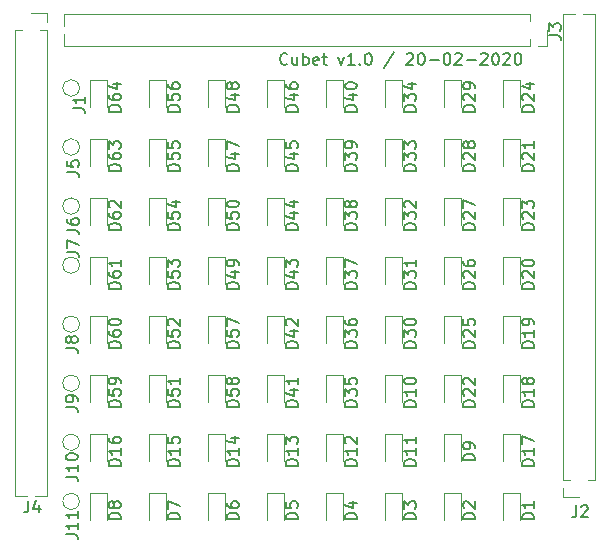
<source format=gto>
G04 #@! TF.GenerationSoftware,KiCad,Pcbnew,5.1.5*
G04 #@! TF.CreationDate,2020-02-20T21:28:11+01:00*
G04 #@! TF.ProjectId,cubet_leds,63756265-745f-46c6-9564-732e6b696361,rev?*
G04 #@! TF.SameCoordinates,Original*
G04 #@! TF.FileFunction,Legend,Top*
G04 #@! TF.FilePolarity,Positive*
%FSLAX46Y46*%
G04 Gerber Fmt 4.6, Leading zero omitted, Abs format (unit mm)*
G04 Created by KiCad (PCBNEW 5.1.5) date 2020-02-20 21:28:11*
%MOMM*%
%LPD*%
G04 APERTURE LIST*
%ADD10C,0.150000*%
%ADD11C,0.120000*%
G04 APERTURE END LIST*
D10*
X73504761Y-54657142D02*
X73457142Y-54704761D01*
X73314285Y-54752380D01*
X73219047Y-54752380D01*
X73076190Y-54704761D01*
X72980952Y-54609523D01*
X72933333Y-54514285D01*
X72885714Y-54323809D01*
X72885714Y-54180952D01*
X72933333Y-53990476D01*
X72980952Y-53895238D01*
X73076190Y-53800000D01*
X73219047Y-53752380D01*
X73314285Y-53752380D01*
X73457142Y-53800000D01*
X73504761Y-53847619D01*
X74361904Y-54085714D02*
X74361904Y-54752380D01*
X73933333Y-54085714D02*
X73933333Y-54609523D01*
X73980952Y-54704761D01*
X74076190Y-54752380D01*
X74219047Y-54752380D01*
X74314285Y-54704761D01*
X74361904Y-54657142D01*
X74838095Y-54752380D02*
X74838095Y-53752380D01*
X74838095Y-54133333D02*
X74933333Y-54085714D01*
X75123809Y-54085714D01*
X75219047Y-54133333D01*
X75266666Y-54180952D01*
X75314285Y-54276190D01*
X75314285Y-54561904D01*
X75266666Y-54657142D01*
X75219047Y-54704761D01*
X75123809Y-54752380D01*
X74933333Y-54752380D01*
X74838095Y-54704761D01*
X76123809Y-54704761D02*
X76028571Y-54752380D01*
X75838095Y-54752380D01*
X75742857Y-54704761D01*
X75695238Y-54609523D01*
X75695238Y-54228571D01*
X75742857Y-54133333D01*
X75838095Y-54085714D01*
X76028571Y-54085714D01*
X76123809Y-54133333D01*
X76171428Y-54228571D01*
X76171428Y-54323809D01*
X75695238Y-54419047D01*
X76457142Y-54085714D02*
X76838095Y-54085714D01*
X76600000Y-53752380D02*
X76600000Y-54609523D01*
X76647619Y-54704761D01*
X76742857Y-54752380D01*
X76838095Y-54752380D01*
X77838095Y-54085714D02*
X78076190Y-54752380D01*
X78314285Y-54085714D01*
X79219047Y-54752380D02*
X78647619Y-54752380D01*
X78933333Y-54752380D02*
X78933333Y-53752380D01*
X78838095Y-53895238D01*
X78742857Y-53990476D01*
X78647619Y-54038095D01*
X79647619Y-54657142D02*
X79695238Y-54704761D01*
X79647619Y-54752380D01*
X79600000Y-54704761D01*
X79647619Y-54657142D01*
X79647619Y-54752380D01*
X80314285Y-53752380D02*
X80409523Y-53752380D01*
X80504761Y-53800000D01*
X80552380Y-53847619D01*
X80600000Y-53942857D01*
X80647619Y-54133333D01*
X80647619Y-54371428D01*
X80600000Y-54561904D01*
X80552380Y-54657142D01*
X80504761Y-54704761D01*
X80409523Y-54752380D01*
X80314285Y-54752380D01*
X80219047Y-54704761D01*
X80171428Y-54657142D01*
X80123809Y-54561904D01*
X80076190Y-54371428D01*
X80076190Y-54133333D01*
X80123809Y-53942857D01*
X80171428Y-53847619D01*
X80219047Y-53800000D01*
X80314285Y-53752380D01*
X82552380Y-53704761D02*
X81695238Y-54990476D01*
X83599999Y-53847619D02*
X83647619Y-53800000D01*
X83742857Y-53752380D01*
X83980952Y-53752380D01*
X84076190Y-53800000D01*
X84123809Y-53847619D01*
X84171428Y-53942857D01*
X84171428Y-54038095D01*
X84123809Y-54180952D01*
X83552380Y-54752380D01*
X84171428Y-54752380D01*
X84790476Y-53752380D02*
X84885714Y-53752380D01*
X84980952Y-53800000D01*
X85028571Y-53847619D01*
X85076190Y-53942857D01*
X85123809Y-54133333D01*
X85123809Y-54371428D01*
X85076190Y-54561904D01*
X85028571Y-54657142D01*
X84980952Y-54704761D01*
X84885714Y-54752380D01*
X84790476Y-54752380D01*
X84695238Y-54704761D01*
X84647619Y-54657142D01*
X84599999Y-54561904D01*
X84552380Y-54371428D01*
X84552380Y-54133333D01*
X84599999Y-53942857D01*
X84647619Y-53847619D01*
X84695238Y-53800000D01*
X84790476Y-53752380D01*
X85552380Y-54371428D02*
X86314285Y-54371428D01*
X86980952Y-53752380D02*
X87076190Y-53752380D01*
X87171428Y-53800000D01*
X87219047Y-53847619D01*
X87266666Y-53942857D01*
X87314285Y-54133333D01*
X87314285Y-54371428D01*
X87266666Y-54561904D01*
X87219047Y-54657142D01*
X87171428Y-54704761D01*
X87076190Y-54752380D01*
X86980952Y-54752380D01*
X86885714Y-54704761D01*
X86838095Y-54657142D01*
X86790476Y-54561904D01*
X86742857Y-54371428D01*
X86742857Y-54133333D01*
X86790476Y-53942857D01*
X86838095Y-53847619D01*
X86885714Y-53800000D01*
X86980952Y-53752380D01*
X87695238Y-53847619D02*
X87742857Y-53800000D01*
X87838095Y-53752380D01*
X88076190Y-53752380D01*
X88171428Y-53800000D01*
X88219047Y-53847619D01*
X88266666Y-53942857D01*
X88266666Y-54038095D01*
X88219047Y-54180952D01*
X87647619Y-54752380D01*
X88266666Y-54752380D01*
X88695238Y-54371428D02*
X89457142Y-54371428D01*
X89885714Y-53847619D02*
X89933333Y-53800000D01*
X90028571Y-53752380D01*
X90266666Y-53752380D01*
X90361904Y-53800000D01*
X90409523Y-53847619D01*
X90457142Y-53942857D01*
X90457142Y-54038095D01*
X90409523Y-54180952D01*
X89838095Y-54752380D01*
X90457142Y-54752380D01*
X91076190Y-53752380D02*
X91171428Y-53752380D01*
X91266666Y-53800000D01*
X91314285Y-53847619D01*
X91361904Y-53942857D01*
X91409523Y-54133333D01*
X91409523Y-54371428D01*
X91361904Y-54561904D01*
X91314285Y-54657142D01*
X91266666Y-54704761D01*
X91171428Y-54752380D01*
X91076190Y-54752380D01*
X90980952Y-54704761D01*
X90933333Y-54657142D01*
X90885714Y-54561904D01*
X90838095Y-54371428D01*
X90838095Y-54133333D01*
X90885714Y-53942857D01*
X90933333Y-53847619D01*
X90980952Y-53800000D01*
X91076190Y-53752380D01*
X91790476Y-53847619D02*
X91838095Y-53800000D01*
X91933333Y-53752380D01*
X92171428Y-53752380D01*
X92266666Y-53800000D01*
X92314285Y-53847619D01*
X92361904Y-53942857D01*
X92361904Y-54038095D01*
X92314285Y-54180952D01*
X91742857Y-54752380D01*
X92361904Y-54752380D01*
X92980952Y-53752380D02*
X93076190Y-53752380D01*
X93171428Y-53800000D01*
X93219047Y-53847619D01*
X93266666Y-53942857D01*
X93314285Y-54133333D01*
X93314285Y-54371428D01*
X93266666Y-54561904D01*
X93219047Y-54657142D01*
X93171428Y-54704761D01*
X93076190Y-54752380D01*
X92980952Y-54752380D01*
X92885714Y-54704761D01*
X92838095Y-54657142D01*
X92790476Y-54561904D01*
X92742857Y-54371428D01*
X92742857Y-54133333D01*
X92790476Y-53942857D01*
X92838095Y-53847619D01*
X92885714Y-53800000D01*
X92980952Y-53752380D01*
D11*
X95460000Y-51800000D02*
X95460000Y-53130000D01*
X95460000Y-53130000D02*
X94700000Y-53130000D01*
X94065000Y-53130000D02*
X54635000Y-53130000D01*
X54635000Y-52107530D02*
X54635000Y-53130000D01*
X54635000Y-50470000D02*
X54635000Y-51492470D01*
X94065000Y-50470000D02*
X54635000Y-50470000D01*
X94065000Y-52560000D02*
X94065000Y-53130000D01*
X94065000Y-50470000D02*
X94065000Y-51040000D01*
X51800000Y-50390000D02*
X53130000Y-50390000D01*
X53130000Y-50390000D02*
X53130000Y-51150000D01*
X53130000Y-51785000D02*
X53130000Y-91215000D01*
X52107530Y-91215000D02*
X53130000Y-91215000D01*
X50470000Y-91215000D02*
X51492470Y-91215000D01*
X50470000Y-51785000D02*
X50470000Y-91215000D01*
X52560000Y-51785000D02*
X53130000Y-51785000D01*
X50470000Y-51785000D02*
X51040000Y-51785000D01*
X55900000Y-91710000D02*
G75*
G03X55900000Y-91710000I-700000J0D01*
G01*
X55900000Y-86710000D02*
G75*
G03X55900000Y-86710000I-700000J0D01*
G01*
X55900000Y-81710000D02*
G75*
G03X55900000Y-81710000I-700000J0D01*
G01*
X55900000Y-76710000D02*
G75*
G03X55900000Y-76710000I-700000J0D01*
G01*
X55900000Y-71710000D02*
G75*
G03X55900000Y-71710000I-700000J0D01*
G01*
X55900000Y-66710000D02*
G75*
G03X55900000Y-66710000I-700000J0D01*
G01*
X55900000Y-61710000D02*
G75*
G03X55900000Y-61710000I-700000J0D01*
G01*
X55900000Y-56710000D02*
G75*
G03X55900000Y-56710000I-700000J0D01*
G01*
X58235000Y-58300000D02*
X58235000Y-56015000D01*
X58235000Y-56015000D02*
X56765000Y-56015000D01*
X56765000Y-56015000D02*
X56765000Y-58300000D01*
X58235000Y-63300000D02*
X58235000Y-61015000D01*
X58235000Y-61015000D02*
X56765000Y-61015000D01*
X56765000Y-61015000D02*
X56765000Y-63300000D01*
X58235000Y-68300000D02*
X58235000Y-66015000D01*
X58235000Y-66015000D02*
X56765000Y-66015000D01*
X56765000Y-66015000D02*
X56765000Y-68300000D01*
X58235000Y-73300000D02*
X58235000Y-71015000D01*
X58235000Y-71015000D02*
X56765000Y-71015000D01*
X56765000Y-71015000D02*
X56765000Y-73300000D01*
X58235000Y-78300000D02*
X58235000Y-76015000D01*
X58235000Y-76015000D02*
X56765000Y-76015000D01*
X56765000Y-76015000D02*
X56765000Y-78300000D01*
X58235000Y-83300000D02*
X58235000Y-81015000D01*
X58235000Y-81015000D02*
X56765000Y-81015000D01*
X56765000Y-81015000D02*
X56765000Y-83300000D01*
X68235000Y-83300000D02*
X68235000Y-81015000D01*
X68235000Y-81015000D02*
X66765000Y-81015000D01*
X66765000Y-81015000D02*
X66765000Y-83300000D01*
X68235000Y-78300000D02*
X68235000Y-76015000D01*
X68235000Y-76015000D02*
X66765000Y-76015000D01*
X66765000Y-76015000D02*
X66765000Y-78300000D01*
X63235000Y-58300000D02*
X63235000Y-56015000D01*
X63235000Y-56015000D02*
X61765000Y-56015000D01*
X61765000Y-56015000D02*
X61765000Y-58300000D01*
X63235000Y-63300000D02*
X63235000Y-61015000D01*
X63235000Y-61015000D02*
X61765000Y-61015000D01*
X61765000Y-61015000D02*
X61765000Y-63300000D01*
X63235000Y-68300000D02*
X63235000Y-66015000D01*
X63235000Y-66015000D02*
X61765000Y-66015000D01*
X61765000Y-66015000D02*
X61765000Y-68300000D01*
X63235000Y-73300000D02*
X63235000Y-71015000D01*
X63235000Y-71015000D02*
X61765000Y-71015000D01*
X61765000Y-71015000D02*
X61765000Y-73300000D01*
X63235000Y-78300000D02*
X63235000Y-76015000D01*
X63235000Y-76015000D02*
X61765000Y-76015000D01*
X61765000Y-76015000D02*
X61765000Y-78300000D01*
X63235000Y-83300000D02*
X63235000Y-81015000D01*
X63235000Y-81015000D02*
X61765000Y-81015000D01*
X61765000Y-81015000D02*
X61765000Y-83300000D01*
X68235000Y-68300000D02*
X68235000Y-66015000D01*
X68235000Y-66015000D02*
X66765000Y-66015000D01*
X66765000Y-66015000D02*
X66765000Y-68300000D01*
X68235000Y-73300000D02*
X68235000Y-71015000D01*
X68235000Y-71015000D02*
X66765000Y-71015000D01*
X66765000Y-71015000D02*
X66765000Y-73300000D01*
X68235000Y-58300000D02*
X68235000Y-56015000D01*
X68235000Y-56015000D02*
X66765000Y-56015000D01*
X66765000Y-56015000D02*
X66765000Y-58300000D01*
X68235000Y-63300000D02*
X68235000Y-61015000D01*
X68235000Y-61015000D02*
X66765000Y-61015000D01*
X66765000Y-61015000D02*
X66765000Y-63300000D01*
X73235000Y-58300000D02*
X73235000Y-56015000D01*
X73235000Y-56015000D02*
X71765000Y-56015000D01*
X71765000Y-56015000D02*
X71765000Y-58300000D01*
X73235000Y-63300000D02*
X73235000Y-61015000D01*
X73235000Y-61015000D02*
X71765000Y-61015000D01*
X71765000Y-61015000D02*
X71765000Y-63300000D01*
X73235000Y-68300000D02*
X73235000Y-66015000D01*
X73235000Y-66015000D02*
X71765000Y-66015000D01*
X71765000Y-66015000D02*
X71765000Y-68300000D01*
X73235000Y-73300000D02*
X73235000Y-71015000D01*
X73235000Y-71015000D02*
X71765000Y-71015000D01*
X71765000Y-71015000D02*
X71765000Y-73300000D01*
X73235000Y-78300000D02*
X73235000Y-76015000D01*
X73235000Y-76015000D02*
X71765000Y-76015000D01*
X71765000Y-76015000D02*
X71765000Y-78300000D01*
X73235000Y-83300000D02*
X73235000Y-81015000D01*
X73235000Y-81015000D02*
X71765000Y-81015000D01*
X71765000Y-81015000D02*
X71765000Y-83300000D01*
X78235000Y-58300000D02*
X78235000Y-56015000D01*
X78235000Y-56015000D02*
X76765000Y-56015000D01*
X76765000Y-56015000D02*
X76765000Y-58300000D01*
X78235000Y-63300000D02*
X78235000Y-61015000D01*
X78235000Y-61015000D02*
X76765000Y-61015000D01*
X76765000Y-61015000D02*
X76765000Y-63300000D01*
X78235000Y-68300000D02*
X78235000Y-66015000D01*
X78235000Y-66015000D02*
X76765000Y-66015000D01*
X76765000Y-66015000D02*
X76765000Y-68300000D01*
X78235000Y-73300000D02*
X78235000Y-71015000D01*
X78235000Y-71015000D02*
X76765000Y-71015000D01*
X76765000Y-71015000D02*
X76765000Y-73300000D01*
X78235000Y-78300000D02*
X78235000Y-76015000D01*
X78235000Y-76015000D02*
X76765000Y-76015000D01*
X76765000Y-76015000D02*
X76765000Y-78300000D01*
X78235000Y-83300000D02*
X78235000Y-81015000D01*
X78235000Y-81015000D02*
X76765000Y-81015000D01*
X76765000Y-81015000D02*
X76765000Y-83300000D01*
X83235000Y-58300000D02*
X83235000Y-56015000D01*
X83235000Y-56015000D02*
X81765000Y-56015000D01*
X81765000Y-56015000D02*
X81765000Y-58300000D01*
X83235000Y-63300000D02*
X83235000Y-61015000D01*
X83235000Y-61015000D02*
X81765000Y-61015000D01*
X81765000Y-61015000D02*
X81765000Y-63300000D01*
X83235000Y-68300000D02*
X83235000Y-66015000D01*
X83235000Y-66015000D02*
X81765000Y-66015000D01*
X81765000Y-66015000D02*
X81765000Y-68300000D01*
X83235000Y-73300000D02*
X83235000Y-71015000D01*
X83235000Y-71015000D02*
X81765000Y-71015000D01*
X81765000Y-71015000D02*
X81765000Y-73300000D01*
X83235000Y-78300000D02*
X83235000Y-76015000D01*
X83235000Y-76015000D02*
X81765000Y-76015000D01*
X81765000Y-76015000D02*
X81765000Y-78300000D01*
X88235000Y-58300000D02*
X88235000Y-56015000D01*
X88235000Y-56015000D02*
X86765000Y-56015000D01*
X86765000Y-56015000D02*
X86765000Y-58300000D01*
X88235000Y-63300000D02*
X88235000Y-61015000D01*
X88235000Y-61015000D02*
X86765000Y-61015000D01*
X86765000Y-61015000D02*
X86765000Y-63300000D01*
X88235000Y-68300000D02*
X88235000Y-66015000D01*
X88235000Y-66015000D02*
X86765000Y-66015000D01*
X86765000Y-66015000D02*
X86765000Y-68300000D01*
X88235000Y-73300000D02*
X88235000Y-71015000D01*
X88235000Y-71015000D02*
X86765000Y-71015000D01*
X86765000Y-71015000D02*
X86765000Y-73300000D01*
X88235000Y-78300000D02*
X88235000Y-76015000D01*
X88235000Y-76015000D02*
X86765000Y-76015000D01*
X86765000Y-76015000D02*
X86765000Y-78300000D01*
X93235000Y-58300000D02*
X93235000Y-56015000D01*
X93235000Y-56015000D02*
X91765000Y-56015000D01*
X91765000Y-56015000D02*
X91765000Y-58300000D01*
X93235000Y-68300000D02*
X93235000Y-66015000D01*
X93235000Y-66015000D02*
X91765000Y-66015000D01*
X91765000Y-66015000D02*
X91765000Y-68300000D01*
X88235000Y-83300000D02*
X88235000Y-81015000D01*
X88235000Y-81015000D02*
X86765000Y-81015000D01*
X86765000Y-81015000D02*
X86765000Y-83300000D01*
X93235000Y-63300000D02*
X93235000Y-61015000D01*
X93235000Y-61015000D02*
X91765000Y-61015000D01*
X91765000Y-61015000D02*
X91765000Y-63300000D01*
X91765000Y-71015000D02*
X91765000Y-73300000D01*
X93235000Y-71015000D02*
X91765000Y-71015000D01*
X93235000Y-73300000D02*
X93235000Y-71015000D01*
X91765000Y-76015000D02*
X91765000Y-78300000D01*
X93235000Y-76015000D02*
X91765000Y-76015000D01*
X93235000Y-78300000D02*
X93235000Y-76015000D01*
X91765000Y-81015000D02*
X91765000Y-83300000D01*
X93235000Y-81015000D02*
X91765000Y-81015000D01*
X93235000Y-83300000D02*
X93235000Y-81015000D01*
X91765000Y-86015000D02*
X91765000Y-88300000D01*
X93235000Y-86015000D02*
X91765000Y-86015000D01*
X93235000Y-88300000D02*
X93235000Y-86015000D01*
X58235000Y-88300000D02*
X58235000Y-86015000D01*
X58235000Y-86015000D02*
X56765000Y-86015000D01*
X56765000Y-86015000D02*
X56765000Y-88300000D01*
X63235000Y-88300000D02*
X63235000Y-86015000D01*
X63235000Y-86015000D02*
X61765000Y-86015000D01*
X61765000Y-86015000D02*
X61765000Y-88300000D01*
X68235000Y-88300000D02*
X68235000Y-86015000D01*
X68235000Y-86015000D02*
X66765000Y-86015000D01*
X66765000Y-86015000D02*
X66765000Y-88300000D01*
X73235000Y-88300000D02*
X73235000Y-86015000D01*
X73235000Y-86015000D02*
X71765000Y-86015000D01*
X71765000Y-86015000D02*
X71765000Y-88300000D01*
X78235000Y-88300000D02*
X78235000Y-86015000D01*
X78235000Y-86015000D02*
X76765000Y-86015000D01*
X76765000Y-86015000D02*
X76765000Y-88300000D01*
X83235000Y-88300000D02*
X83235000Y-86015000D01*
X83235000Y-86015000D02*
X81765000Y-86015000D01*
X81765000Y-86015000D02*
X81765000Y-88300000D01*
X83235000Y-83300000D02*
X83235000Y-81015000D01*
X83235000Y-81015000D02*
X81765000Y-81015000D01*
X81765000Y-81015000D02*
X81765000Y-83300000D01*
X88235000Y-88300000D02*
X88235000Y-86015000D01*
X88235000Y-86015000D02*
X86765000Y-86015000D01*
X86765000Y-86015000D02*
X86765000Y-88300000D01*
X58235000Y-93300000D02*
X58235000Y-91015000D01*
X58235000Y-91015000D02*
X56765000Y-91015000D01*
X56765000Y-91015000D02*
X56765000Y-93300000D01*
X63235000Y-93300000D02*
X63235000Y-91015000D01*
X63235000Y-91015000D02*
X61765000Y-91015000D01*
X61765000Y-91015000D02*
X61765000Y-93300000D01*
X68235000Y-93300000D02*
X68235000Y-91015000D01*
X68235000Y-91015000D02*
X66765000Y-91015000D01*
X66765000Y-91015000D02*
X66765000Y-93300000D01*
X73235000Y-93300000D02*
X73235000Y-91015000D01*
X73235000Y-91015000D02*
X71765000Y-91015000D01*
X71765000Y-91015000D02*
X71765000Y-93300000D01*
X78235000Y-93300000D02*
X78235000Y-91015000D01*
X78235000Y-91015000D02*
X76765000Y-91015000D01*
X76765000Y-91015000D02*
X76765000Y-93300000D01*
X83235000Y-93300000D02*
X83235000Y-91015000D01*
X83235000Y-91015000D02*
X81765000Y-91015000D01*
X81765000Y-91015000D02*
X81765000Y-93300000D01*
X88235000Y-93300000D02*
X88235000Y-91015000D01*
X88235000Y-91015000D02*
X86765000Y-91015000D01*
X86765000Y-91015000D02*
X86765000Y-93300000D01*
X93235000Y-93300000D02*
X93235000Y-91015000D01*
X93235000Y-91015000D02*
X91765000Y-91015000D01*
X91765000Y-91015000D02*
X91765000Y-93300000D01*
X98200000Y-91310000D02*
X96870000Y-91310000D01*
X96870000Y-91310000D02*
X96870000Y-90550000D01*
X96870000Y-89915000D02*
X96870000Y-50485000D01*
X97892470Y-50485000D02*
X96870000Y-50485000D01*
X99530000Y-50485000D02*
X98507530Y-50485000D01*
X99530000Y-89915000D02*
X99530000Y-50485000D01*
X97440000Y-89915000D02*
X96870000Y-89915000D01*
X99530000Y-89915000D02*
X98960000Y-89915000D01*
D10*
X95652380Y-52233333D02*
X96366666Y-52233333D01*
X96509523Y-52280952D01*
X96604761Y-52376190D01*
X96652380Y-52519047D01*
X96652380Y-52614285D01*
X95652380Y-51852380D02*
X95652380Y-51233333D01*
X96033333Y-51566666D01*
X96033333Y-51423809D01*
X96080952Y-51328571D01*
X96128571Y-51280952D01*
X96223809Y-51233333D01*
X96461904Y-51233333D01*
X96557142Y-51280952D01*
X96604761Y-51328571D01*
X96652380Y-51423809D01*
X96652380Y-51709523D01*
X96604761Y-51804761D01*
X96557142Y-51852380D01*
X51566666Y-91652380D02*
X51566666Y-92366666D01*
X51519047Y-92509523D01*
X51423809Y-92604761D01*
X51280952Y-92652380D01*
X51185714Y-92652380D01*
X52471428Y-91985714D02*
X52471428Y-92652380D01*
X52233333Y-91604761D02*
X51995238Y-92319047D01*
X52614285Y-92319047D01*
X54752380Y-94509523D02*
X55466666Y-94509523D01*
X55609523Y-94557142D01*
X55704761Y-94652380D01*
X55752380Y-94795238D01*
X55752380Y-94890476D01*
X55752380Y-93509523D02*
X55752380Y-94080952D01*
X55752380Y-93795238D02*
X54752380Y-93795238D01*
X54895238Y-93890476D01*
X54990476Y-93985714D01*
X55038095Y-94080952D01*
X55752380Y-92557142D02*
X55752380Y-93128571D01*
X55752380Y-92842857D02*
X54752380Y-92842857D01*
X54895238Y-92938095D01*
X54990476Y-93033333D01*
X55038095Y-93128571D01*
X54752380Y-89609523D02*
X55466666Y-89609523D01*
X55609523Y-89657142D01*
X55704761Y-89752380D01*
X55752380Y-89895238D01*
X55752380Y-89990476D01*
X55752380Y-88609523D02*
X55752380Y-89180952D01*
X55752380Y-88895238D02*
X54752380Y-88895238D01*
X54895238Y-88990476D01*
X54990476Y-89085714D01*
X55038095Y-89180952D01*
X54752380Y-87990476D02*
X54752380Y-87895238D01*
X54800000Y-87800000D01*
X54847619Y-87752380D01*
X54942857Y-87704761D01*
X55133333Y-87657142D01*
X55371428Y-87657142D01*
X55561904Y-87704761D01*
X55657142Y-87752380D01*
X55704761Y-87800000D01*
X55752380Y-87895238D01*
X55752380Y-87990476D01*
X55704761Y-88085714D01*
X55657142Y-88133333D01*
X55561904Y-88180952D01*
X55371428Y-88228571D01*
X55133333Y-88228571D01*
X54942857Y-88180952D01*
X54847619Y-88133333D01*
X54800000Y-88085714D01*
X54752380Y-87990476D01*
X54752380Y-83733333D02*
X55466666Y-83733333D01*
X55609523Y-83780952D01*
X55704761Y-83876190D01*
X55752380Y-84019047D01*
X55752380Y-84114285D01*
X55752380Y-83209523D02*
X55752380Y-83019047D01*
X55704761Y-82923809D01*
X55657142Y-82876190D01*
X55514285Y-82780952D01*
X55323809Y-82733333D01*
X54942857Y-82733333D01*
X54847619Y-82780952D01*
X54800000Y-82828571D01*
X54752380Y-82923809D01*
X54752380Y-83114285D01*
X54800000Y-83209523D01*
X54847619Y-83257142D01*
X54942857Y-83304761D01*
X55180952Y-83304761D01*
X55276190Y-83257142D01*
X55323809Y-83209523D01*
X55371428Y-83114285D01*
X55371428Y-82923809D01*
X55323809Y-82828571D01*
X55276190Y-82780952D01*
X55180952Y-82733333D01*
X54752380Y-78733333D02*
X55466666Y-78733333D01*
X55609523Y-78780952D01*
X55704761Y-78876190D01*
X55752380Y-79019047D01*
X55752380Y-79114285D01*
X55180952Y-78114285D02*
X55133333Y-78209523D01*
X55085714Y-78257142D01*
X54990476Y-78304761D01*
X54942857Y-78304761D01*
X54847619Y-78257142D01*
X54800000Y-78209523D01*
X54752380Y-78114285D01*
X54752380Y-77923809D01*
X54800000Y-77828571D01*
X54847619Y-77780952D01*
X54942857Y-77733333D01*
X54990476Y-77733333D01*
X55085714Y-77780952D01*
X55133333Y-77828571D01*
X55180952Y-77923809D01*
X55180952Y-78114285D01*
X55228571Y-78209523D01*
X55276190Y-78257142D01*
X55371428Y-78304761D01*
X55561904Y-78304761D01*
X55657142Y-78257142D01*
X55704761Y-78209523D01*
X55752380Y-78114285D01*
X55752380Y-77923809D01*
X55704761Y-77828571D01*
X55657142Y-77780952D01*
X55561904Y-77733333D01*
X55371428Y-77733333D01*
X55276190Y-77780952D01*
X55228571Y-77828571D01*
X55180952Y-77923809D01*
X54852380Y-70633333D02*
X55566666Y-70633333D01*
X55709523Y-70680952D01*
X55804761Y-70776190D01*
X55852380Y-70919047D01*
X55852380Y-71014285D01*
X54852380Y-70252380D02*
X54852380Y-69585714D01*
X55852380Y-70014285D01*
X54852380Y-68733333D02*
X55566666Y-68733333D01*
X55709523Y-68780952D01*
X55804761Y-68876190D01*
X55852380Y-69019047D01*
X55852380Y-69114285D01*
X54852380Y-67828571D02*
X54852380Y-68019047D01*
X54900000Y-68114285D01*
X54947619Y-68161904D01*
X55090476Y-68257142D01*
X55280952Y-68304761D01*
X55661904Y-68304761D01*
X55757142Y-68257142D01*
X55804761Y-68209523D01*
X55852380Y-68114285D01*
X55852380Y-67923809D01*
X55804761Y-67828571D01*
X55757142Y-67780952D01*
X55661904Y-67733333D01*
X55423809Y-67733333D01*
X55328571Y-67780952D01*
X55280952Y-67828571D01*
X55233333Y-67923809D01*
X55233333Y-68114285D01*
X55280952Y-68209523D01*
X55328571Y-68257142D01*
X55423809Y-68304761D01*
X54852380Y-63833333D02*
X55566666Y-63833333D01*
X55709523Y-63880952D01*
X55804761Y-63976190D01*
X55852380Y-64119047D01*
X55852380Y-64214285D01*
X54852380Y-62880952D02*
X54852380Y-63357142D01*
X55328571Y-63404761D01*
X55280952Y-63357142D01*
X55233333Y-63261904D01*
X55233333Y-63023809D01*
X55280952Y-62928571D01*
X55328571Y-62880952D01*
X55423809Y-62833333D01*
X55661904Y-62833333D01*
X55757142Y-62880952D01*
X55804761Y-62928571D01*
X55852380Y-63023809D01*
X55852380Y-63261904D01*
X55804761Y-63357142D01*
X55757142Y-63404761D01*
X55352380Y-58433333D02*
X56066666Y-58433333D01*
X56209523Y-58480952D01*
X56304761Y-58576190D01*
X56352380Y-58719047D01*
X56352380Y-58814285D01*
X56352380Y-57433333D02*
X56352380Y-58004761D01*
X56352380Y-57719047D02*
X55352380Y-57719047D01*
X55495238Y-57814285D01*
X55590476Y-57909523D01*
X55638095Y-58004761D01*
X59382380Y-58714285D02*
X58382380Y-58714285D01*
X58382380Y-58476190D01*
X58430000Y-58333333D01*
X58525238Y-58238095D01*
X58620476Y-58190476D01*
X58810952Y-58142857D01*
X58953809Y-58142857D01*
X59144285Y-58190476D01*
X59239523Y-58238095D01*
X59334761Y-58333333D01*
X59382380Y-58476190D01*
X59382380Y-58714285D01*
X58382380Y-57285714D02*
X58382380Y-57476190D01*
X58430000Y-57571428D01*
X58477619Y-57619047D01*
X58620476Y-57714285D01*
X58810952Y-57761904D01*
X59191904Y-57761904D01*
X59287142Y-57714285D01*
X59334761Y-57666666D01*
X59382380Y-57571428D01*
X59382380Y-57380952D01*
X59334761Y-57285714D01*
X59287142Y-57238095D01*
X59191904Y-57190476D01*
X58953809Y-57190476D01*
X58858571Y-57238095D01*
X58810952Y-57285714D01*
X58763333Y-57380952D01*
X58763333Y-57571428D01*
X58810952Y-57666666D01*
X58858571Y-57714285D01*
X58953809Y-57761904D01*
X58715714Y-56333333D02*
X59382380Y-56333333D01*
X58334761Y-56571428D02*
X59049047Y-56809523D01*
X59049047Y-56190476D01*
X59382380Y-63714285D02*
X58382380Y-63714285D01*
X58382380Y-63476190D01*
X58430000Y-63333333D01*
X58525238Y-63238095D01*
X58620476Y-63190476D01*
X58810952Y-63142857D01*
X58953809Y-63142857D01*
X59144285Y-63190476D01*
X59239523Y-63238095D01*
X59334761Y-63333333D01*
X59382380Y-63476190D01*
X59382380Y-63714285D01*
X58382380Y-62285714D02*
X58382380Y-62476190D01*
X58430000Y-62571428D01*
X58477619Y-62619047D01*
X58620476Y-62714285D01*
X58810952Y-62761904D01*
X59191904Y-62761904D01*
X59287142Y-62714285D01*
X59334761Y-62666666D01*
X59382380Y-62571428D01*
X59382380Y-62380952D01*
X59334761Y-62285714D01*
X59287142Y-62238095D01*
X59191904Y-62190476D01*
X58953809Y-62190476D01*
X58858571Y-62238095D01*
X58810952Y-62285714D01*
X58763333Y-62380952D01*
X58763333Y-62571428D01*
X58810952Y-62666666D01*
X58858571Y-62714285D01*
X58953809Y-62761904D01*
X58382380Y-61857142D02*
X58382380Y-61238095D01*
X58763333Y-61571428D01*
X58763333Y-61428571D01*
X58810952Y-61333333D01*
X58858571Y-61285714D01*
X58953809Y-61238095D01*
X59191904Y-61238095D01*
X59287142Y-61285714D01*
X59334761Y-61333333D01*
X59382380Y-61428571D01*
X59382380Y-61714285D01*
X59334761Y-61809523D01*
X59287142Y-61857142D01*
X59382380Y-68714285D02*
X58382380Y-68714285D01*
X58382380Y-68476190D01*
X58430000Y-68333333D01*
X58525238Y-68238095D01*
X58620476Y-68190476D01*
X58810952Y-68142857D01*
X58953809Y-68142857D01*
X59144285Y-68190476D01*
X59239523Y-68238095D01*
X59334761Y-68333333D01*
X59382380Y-68476190D01*
X59382380Y-68714285D01*
X58382380Y-67285714D02*
X58382380Y-67476190D01*
X58430000Y-67571428D01*
X58477619Y-67619047D01*
X58620476Y-67714285D01*
X58810952Y-67761904D01*
X59191904Y-67761904D01*
X59287142Y-67714285D01*
X59334761Y-67666666D01*
X59382380Y-67571428D01*
X59382380Y-67380952D01*
X59334761Y-67285714D01*
X59287142Y-67238095D01*
X59191904Y-67190476D01*
X58953809Y-67190476D01*
X58858571Y-67238095D01*
X58810952Y-67285714D01*
X58763333Y-67380952D01*
X58763333Y-67571428D01*
X58810952Y-67666666D01*
X58858571Y-67714285D01*
X58953809Y-67761904D01*
X58477619Y-66809523D02*
X58430000Y-66761904D01*
X58382380Y-66666666D01*
X58382380Y-66428571D01*
X58430000Y-66333333D01*
X58477619Y-66285714D01*
X58572857Y-66238095D01*
X58668095Y-66238095D01*
X58810952Y-66285714D01*
X59382380Y-66857142D01*
X59382380Y-66238095D01*
X59382380Y-73714285D02*
X58382380Y-73714285D01*
X58382380Y-73476190D01*
X58430000Y-73333333D01*
X58525238Y-73238095D01*
X58620476Y-73190476D01*
X58810952Y-73142857D01*
X58953809Y-73142857D01*
X59144285Y-73190476D01*
X59239523Y-73238095D01*
X59334761Y-73333333D01*
X59382380Y-73476190D01*
X59382380Y-73714285D01*
X58382380Y-72285714D02*
X58382380Y-72476190D01*
X58430000Y-72571428D01*
X58477619Y-72619047D01*
X58620476Y-72714285D01*
X58810952Y-72761904D01*
X59191904Y-72761904D01*
X59287142Y-72714285D01*
X59334761Y-72666666D01*
X59382380Y-72571428D01*
X59382380Y-72380952D01*
X59334761Y-72285714D01*
X59287142Y-72238095D01*
X59191904Y-72190476D01*
X58953809Y-72190476D01*
X58858571Y-72238095D01*
X58810952Y-72285714D01*
X58763333Y-72380952D01*
X58763333Y-72571428D01*
X58810952Y-72666666D01*
X58858571Y-72714285D01*
X58953809Y-72761904D01*
X59382380Y-71238095D02*
X59382380Y-71809523D01*
X59382380Y-71523809D02*
X58382380Y-71523809D01*
X58525238Y-71619047D01*
X58620476Y-71714285D01*
X58668095Y-71809523D01*
X59382380Y-78714285D02*
X58382380Y-78714285D01*
X58382380Y-78476190D01*
X58430000Y-78333333D01*
X58525238Y-78238095D01*
X58620476Y-78190476D01*
X58810952Y-78142857D01*
X58953809Y-78142857D01*
X59144285Y-78190476D01*
X59239523Y-78238095D01*
X59334761Y-78333333D01*
X59382380Y-78476190D01*
X59382380Y-78714285D01*
X58382380Y-77285714D02*
X58382380Y-77476190D01*
X58430000Y-77571428D01*
X58477619Y-77619047D01*
X58620476Y-77714285D01*
X58810952Y-77761904D01*
X59191904Y-77761904D01*
X59287142Y-77714285D01*
X59334761Y-77666666D01*
X59382380Y-77571428D01*
X59382380Y-77380952D01*
X59334761Y-77285714D01*
X59287142Y-77238095D01*
X59191904Y-77190476D01*
X58953809Y-77190476D01*
X58858571Y-77238095D01*
X58810952Y-77285714D01*
X58763333Y-77380952D01*
X58763333Y-77571428D01*
X58810952Y-77666666D01*
X58858571Y-77714285D01*
X58953809Y-77761904D01*
X58382380Y-76571428D02*
X58382380Y-76476190D01*
X58430000Y-76380952D01*
X58477619Y-76333333D01*
X58572857Y-76285714D01*
X58763333Y-76238095D01*
X59001428Y-76238095D01*
X59191904Y-76285714D01*
X59287142Y-76333333D01*
X59334761Y-76380952D01*
X59382380Y-76476190D01*
X59382380Y-76571428D01*
X59334761Y-76666666D01*
X59287142Y-76714285D01*
X59191904Y-76761904D01*
X59001428Y-76809523D01*
X58763333Y-76809523D01*
X58572857Y-76761904D01*
X58477619Y-76714285D01*
X58430000Y-76666666D01*
X58382380Y-76571428D01*
X59382380Y-83714285D02*
X58382380Y-83714285D01*
X58382380Y-83476190D01*
X58430000Y-83333333D01*
X58525238Y-83238095D01*
X58620476Y-83190476D01*
X58810952Y-83142857D01*
X58953809Y-83142857D01*
X59144285Y-83190476D01*
X59239523Y-83238095D01*
X59334761Y-83333333D01*
X59382380Y-83476190D01*
X59382380Y-83714285D01*
X58382380Y-82238095D02*
X58382380Y-82714285D01*
X58858571Y-82761904D01*
X58810952Y-82714285D01*
X58763333Y-82619047D01*
X58763333Y-82380952D01*
X58810952Y-82285714D01*
X58858571Y-82238095D01*
X58953809Y-82190476D01*
X59191904Y-82190476D01*
X59287142Y-82238095D01*
X59334761Y-82285714D01*
X59382380Y-82380952D01*
X59382380Y-82619047D01*
X59334761Y-82714285D01*
X59287142Y-82761904D01*
X59382380Y-81714285D02*
X59382380Y-81523809D01*
X59334761Y-81428571D01*
X59287142Y-81380952D01*
X59144285Y-81285714D01*
X58953809Y-81238095D01*
X58572857Y-81238095D01*
X58477619Y-81285714D01*
X58430000Y-81333333D01*
X58382380Y-81428571D01*
X58382380Y-81619047D01*
X58430000Y-81714285D01*
X58477619Y-81761904D01*
X58572857Y-81809523D01*
X58810952Y-81809523D01*
X58906190Y-81761904D01*
X58953809Y-81714285D01*
X59001428Y-81619047D01*
X59001428Y-81428571D01*
X58953809Y-81333333D01*
X58906190Y-81285714D01*
X58810952Y-81238095D01*
X69382380Y-83714285D02*
X68382380Y-83714285D01*
X68382380Y-83476190D01*
X68430000Y-83333333D01*
X68525238Y-83238095D01*
X68620476Y-83190476D01*
X68810952Y-83142857D01*
X68953809Y-83142857D01*
X69144285Y-83190476D01*
X69239523Y-83238095D01*
X69334761Y-83333333D01*
X69382380Y-83476190D01*
X69382380Y-83714285D01*
X68382380Y-82238095D02*
X68382380Y-82714285D01*
X68858571Y-82761904D01*
X68810952Y-82714285D01*
X68763333Y-82619047D01*
X68763333Y-82380952D01*
X68810952Y-82285714D01*
X68858571Y-82238095D01*
X68953809Y-82190476D01*
X69191904Y-82190476D01*
X69287142Y-82238095D01*
X69334761Y-82285714D01*
X69382380Y-82380952D01*
X69382380Y-82619047D01*
X69334761Y-82714285D01*
X69287142Y-82761904D01*
X68810952Y-81619047D02*
X68763333Y-81714285D01*
X68715714Y-81761904D01*
X68620476Y-81809523D01*
X68572857Y-81809523D01*
X68477619Y-81761904D01*
X68430000Y-81714285D01*
X68382380Y-81619047D01*
X68382380Y-81428571D01*
X68430000Y-81333333D01*
X68477619Y-81285714D01*
X68572857Y-81238095D01*
X68620476Y-81238095D01*
X68715714Y-81285714D01*
X68763333Y-81333333D01*
X68810952Y-81428571D01*
X68810952Y-81619047D01*
X68858571Y-81714285D01*
X68906190Y-81761904D01*
X69001428Y-81809523D01*
X69191904Y-81809523D01*
X69287142Y-81761904D01*
X69334761Y-81714285D01*
X69382380Y-81619047D01*
X69382380Y-81428571D01*
X69334761Y-81333333D01*
X69287142Y-81285714D01*
X69191904Y-81238095D01*
X69001428Y-81238095D01*
X68906190Y-81285714D01*
X68858571Y-81333333D01*
X68810952Y-81428571D01*
X69382380Y-78714285D02*
X68382380Y-78714285D01*
X68382380Y-78476190D01*
X68430000Y-78333333D01*
X68525238Y-78238095D01*
X68620476Y-78190476D01*
X68810952Y-78142857D01*
X68953809Y-78142857D01*
X69144285Y-78190476D01*
X69239523Y-78238095D01*
X69334761Y-78333333D01*
X69382380Y-78476190D01*
X69382380Y-78714285D01*
X68382380Y-77238095D02*
X68382380Y-77714285D01*
X68858571Y-77761904D01*
X68810952Y-77714285D01*
X68763333Y-77619047D01*
X68763333Y-77380952D01*
X68810952Y-77285714D01*
X68858571Y-77238095D01*
X68953809Y-77190476D01*
X69191904Y-77190476D01*
X69287142Y-77238095D01*
X69334761Y-77285714D01*
X69382380Y-77380952D01*
X69382380Y-77619047D01*
X69334761Y-77714285D01*
X69287142Y-77761904D01*
X68382380Y-76857142D02*
X68382380Y-76190476D01*
X69382380Y-76619047D01*
X64382380Y-58714285D02*
X63382380Y-58714285D01*
X63382380Y-58476190D01*
X63430000Y-58333333D01*
X63525238Y-58238095D01*
X63620476Y-58190476D01*
X63810952Y-58142857D01*
X63953809Y-58142857D01*
X64144285Y-58190476D01*
X64239523Y-58238095D01*
X64334761Y-58333333D01*
X64382380Y-58476190D01*
X64382380Y-58714285D01*
X63382380Y-57238095D02*
X63382380Y-57714285D01*
X63858571Y-57761904D01*
X63810952Y-57714285D01*
X63763333Y-57619047D01*
X63763333Y-57380952D01*
X63810952Y-57285714D01*
X63858571Y-57238095D01*
X63953809Y-57190476D01*
X64191904Y-57190476D01*
X64287142Y-57238095D01*
X64334761Y-57285714D01*
X64382380Y-57380952D01*
X64382380Y-57619047D01*
X64334761Y-57714285D01*
X64287142Y-57761904D01*
X63382380Y-56333333D02*
X63382380Y-56523809D01*
X63430000Y-56619047D01*
X63477619Y-56666666D01*
X63620476Y-56761904D01*
X63810952Y-56809523D01*
X64191904Y-56809523D01*
X64287142Y-56761904D01*
X64334761Y-56714285D01*
X64382380Y-56619047D01*
X64382380Y-56428571D01*
X64334761Y-56333333D01*
X64287142Y-56285714D01*
X64191904Y-56238095D01*
X63953809Y-56238095D01*
X63858571Y-56285714D01*
X63810952Y-56333333D01*
X63763333Y-56428571D01*
X63763333Y-56619047D01*
X63810952Y-56714285D01*
X63858571Y-56761904D01*
X63953809Y-56809523D01*
X64382380Y-63714285D02*
X63382380Y-63714285D01*
X63382380Y-63476190D01*
X63430000Y-63333333D01*
X63525238Y-63238095D01*
X63620476Y-63190476D01*
X63810952Y-63142857D01*
X63953809Y-63142857D01*
X64144285Y-63190476D01*
X64239523Y-63238095D01*
X64334761Y-63333333D01*
X64382380Y-63476190D01*
X64382380Y-63714285D01*
X63382380Y-62238095D02*
X63382380Y-62714285D01*
X63858571Y-62761904D01*
X63810952Y-62714285D01*
X63763333Y-62619047D01*
X63763333Y-62380952D01*
X63810952Y-62285714D01*
X63858571Y-62238095D01*
X63953809Y-62190476D01*
X64191904Y-62190476D01*
X64287142Y-62238095D01*
X64334761Y-62285714D01*
X64382380Y-62380952D01*
X64382380Y-62619047D01*
X64334761Y-62714285D01*
X64287142Y-62761904D01*
X63382380Y-61285714D02*
X63382380Y-61761904D01*
X63858571Y-61809523D01*
X63810952Y-61761904D01*
X63763333Y-61666666D01*
X63763333Y-61428571D01*
X63810952Y-61333333D01*
X63858571Y-61285714D01*
X63953809Y-61238095D01*
X64191904Y-61238095D01*
X64287142Y-61285714D01*
X64334761Y-61333333D01*
X64382380Y-61428571D01*
X64382380Y-61666666D01*
X64334761Y-61761904D01*
X64287142Y-61809523D01*
X64382380Y-68714285D02*
X63382380Y-68714285D01*
X63382380Y-68476190D01*
X63430000Y-68333333D01*
X63525238Y-68238095D01*
X63620476Y-68190476D01*
X63810952Y-68142857D01*
X63953809Y-68142857D01*
X64144285Y-68190476D01*
X64239523Y-68238095D01*
X64334761Y-68333333D01*
X64382380Y-68476190D01*
X64382380Y-68714285D01*
X63382380Y-67238095D02*
X63382380Y-67714285D01*
X63858571Y-67761904D01*
X63810952Y-67714285D01*
X63763333Y-67619047D01*
X63763333Y-67380952D01*
X63810952Y-67285714D01*
X63858571Y-67238095D01*
X63953809Y-67190476D01*
X64191904Y-67190476D01*
X64287142Y-67238095D01*
X64334761Y-67285714D01*
X64382380Y-67380952D01*
X64382380Y-67619047D01*
X64334761Y-67714285D01*
X64287142Y-67761904D01*
X63715714Y-66333333D02*
X64382380Y-66333333D01*
X63334761Y-66571428D02*
X64049047Y-66809523D01*
X64049047Y-66190476D01*
X64382380Y-73714285D02*
X63382380Y-73714285D01*
X63382380Y-73476190D01*
X63430000Y-73333333D01*
X63525238Y-73238095D01*
X63620476Y-73190476D01*
X63810952Y-73142857D01*
X63953809Y-73142857D01*
X64144285Y-73190476D01*
X64239523Y-73238095D01*
X64334761Y-73333333D01*
X64382380Y-73476190D01*
X64382380Y-73714285D01*
X63382380Y-72238095D02*
X63382380Y-72714285D01*
X63858571Y-72761904D01*
X63810952Y-72714285D01*
X63763333Y-72619047D01*
X63763333Y-72380952D01*
X63810952Y-72285714D01*
X63858571Y-72238095D01*
X63953809Y-72190476D01*
X64191904Y-72190476D01*
X64287142Y-72238095D01*
X64334761Y-72285714D01*
X64382380Y-72380952D01*
X64382380Y-72619047D01*
X64334761Y-72714285D01*
X64287142Y-72761904D01*
X63382380Y-71857142D02*
X63382380Y-71238095D01*
X63763333Y-71571428D01*
X63763333Y-71428571D01*
X63810952Y-71333333D01*
X63858571Y-71285714D01*
X63953809Y-71238095D01*
X64191904Y-71238095D01*
X64287142Y-71285714D01*
X64334761Y-71333333D01*
X64382380Y-71428571D01*
X64382380Y-71714285D01*
X64334761Y-71809523D01*
X64287142Y-71857142D01*
X64382380Y-78714285D02*
X63382380Y-78714285D01*
X63382380Y-78476190D01*
X63430000Y-78333333D01*
X63525238Y-78238095D01*
X63620476Y-78190476D01*
X63810952Y-78142857D01*
X63953809Y-78142857D01*
X64144285Y-78190476D01*
X64239523Y-78238095D01*
X64334761Y-78333333D01*
X64382380Y-78476190D01*
X64382380Y-78714285D01*
X63382380Y-77238095D02*
X63382380Y-77714285D01*
X63858571Y-77761904D01*
X63810952Y-77714285D01*
X63763333Y-77619047D01*
X63763333Y-77380952D01*
X63810952Y-77285714D01*
X63858571Y-77238095D01*
X63953809Y-77190476D01*
X64191904Y-77190476D01*
X64287142Y-77238095D01*
X64334761Y-77285714D01*
X64382380Y-77380952D01*
X64382380Y-77619047D01*
X64334761Y-77714285D01*
X64287142Y-77761904D01*
X63477619Y-76809523D02*
X63430000Y-76761904D01*
X63382380Y-76666666D01*
X63382380Y-76428571D01*
X63430000Y-76333333D01*
X63477619Y-76285714D01*
X63572857Y-76238095D01*
X63668095Y-76238095D01*
X63810952Y-76285714D01*
X64382380Y-76857142D01*
X64382380Y-76238095D01*
X64382380Y-83714285D02*
X63382380Y-83714285D01*
X63382380Y-83476190D01*
X63430000Y-83333333D01*
X63525238Y-83238095D01*
X63620476Y-83190476D01*
X63810952Y-83142857D01*
X63953809Y-83142857D01*
X64144285Y-83190476D01*
X64239523Y-83238095D01*
X64334761Y-83333333D01*
X64382380Y-83476190D01*
X64382380Y-83714285D01*
X63382380Y-82238095D02*
X63382380Y-82714285D01*
X63858571Y-82761904D01*
X63810952Y-82714285D01*
X63763333Y-82619047D01*
X63763333Y-82380952D01*
X63810952Y-82285714D01*
X63858571Y-82238095D01*
X63953809Y-82190476D01*
X64191904Y-82190476D01*
X64287142Y-82238095D01*
X64334761Y-82285714D01*
X64382380Y-82380952D01*
X64382380Y-82619047D01*
X64334761Y-82714285D01*
X64287142Y-82761904D01*
X64382380Y-81238095D02*
X64382380Y-81809523D01*
X64382380Y-81523809D02*
X63382380Y-81523809D01*
X63525238Y-81619047D01*
X63620476Y-81714285D01*
X63668095Y-81809523D01*
X69382380Y-68714285D02*
X68382380Y-68714285D01*
X68382380Y-68476190D01*
X68430000Y-68333333D01*
X68525238Y-68238095D01*
X68620476Y-68190476D01*
X68810952Y-68142857D01*
X68953809Y-68142857D01*
X69144285Y-68190476D01*
X69239523Y-68238095D01*
X69334761Y-68333333D01*
X69382380Y-68476190D01*
X69382380Y-68714285D01*
X68382380Y-67238095D02*
X68382380Y-67714285D01*
X68858571Y-67761904D01*
X68810952Y-67714285D01*
X68763333Y-67619047D01*
X68763333Y-67380952D01*
X68810952Y-67285714D01*
X68858571Y-67238095D01*
X68953809Y-67190476D01*
X69191904Y-67190476D01*
X69287142Y-67238095D01*
X69334761Y-67285714D01*
X69382380Y-67380952D01*
X69382380Y-67619047D01*
X69334761Y-67714285D01*
X69287142Y-67761904D01*
X68382380Y-66571428D02*
X68382380Y-66476190D01*
X68430000Y-66380952D01*
X68477619Y-66333333D01*
X68572857Y-66285714D01*
X68763333Y-66238095D01*
X69001428Y-66238095D01*
X69191904Y-66285714D01*
X69287142Y-66333333D01*
X69334761Y-66380952D01*
X69382380Y-66476190D01*
X69382380Y-66571428D01*
X69334761Y-66666666D01*
X69287142Y-66714285D01*
X69191904Y-66761904D01*
X69001428Y-66809523D01*
X68763333Y-66809523D01*
X68572857Y-66761904D01*
X68477619Y-66714285D01*
X68430000Y-66666666D01*
X68382380Y-66571428D01*
X69382380Y-73714285D02*
X68382380Y-73714285D01*
X68382380Y-73476190D01*
X68430000Y-73333333D01*
X68525238Y-73238095D01*
X68620476Y-73190476D01*
X68810952Y-73142857D01*
X68953809Y-73142857D01*
X69144285Y-73190476D01*
X69239523Y-73238095D01*
X69334761Y-73333333D01*
X69382380Y-73476190D01*
X69382380Y-73714285D01*
X68715714Y-72285714D02*
X69382380Y-72285714D01*
X68334761Y-72523809D02*
X69049047Y-72761904D01*
X69049047Y-72142857D01*
X69382380Y-71714285D02*
X69382380Y-71523809D01*
X69334761Y-71428571D01*
X69287142Y-71380952D01*
X69144285Y-71285714D01*
X68953809Y-71238095D01*
X68572857Y-71238095D01*
X68477619Y-71285714D01*
X68430000Y-71333333D01*
X68382380Y-71428571D01*
X68382380Y-71619047D01*
X68430000Y-71714285D01*
X68477619Y-71761904D01*
X68572857Y-71809523D01*
X68810952Y-71809523D01*
X68906190Y-71761904D01*
X68953809Y-71714285D01*
X69001428Y-71619047D01*
X69001428Y-71428571D01*
X68953809Y-71333333D01*
X68906190Y-71285714D01*
X68810952Y-71238095D01*
X69382380Y-58714285D02*
X68382380Y-58714285D01*
X68382380Y-58476190D01*
X68430000Y-58333333D01*
X68525238Y-58238095D01*
X68620476Y-58190476D01*
X68810952Y-58142857D01*
X68953809Y-58142857D01*
X69144285Y-58190476D01*
X69239523Y-58238095D01*
X69334761Y-58333333D01*
X69382380Y-58476190D01*
X69382380Y-58714285D01*
X68715714Y-57285714D02*
X69382380Y-57285714D01*
X68334761Y-57523809D02*
X69049047Y-57761904D01*
X69049047Y-57142857D01*
X68810952Y-56619047D02*
X68763333Y-56714285D01*
X68715714Y-56761904D01*
X68620476Y-56809523D01*
X68572857Y-56809523D01*
X68477619Y-56761904D01*
X68430000Y-56714285D01*
X68382380Y-56619047D01*
X68382380Y-56428571D01*
X68430000Y-56333333D01*
X68477619Y-56285714D01*
X68572857Y-56238095D01*
X68620476Y-56238095D01*
X68715714Y-56285714D01*
X68763333Y-56333333D01*
X68810952Y-56428571D01*
X68810952Y-56619047D01*
X68858571Y-56714285D01*
X68906190Y-56761904D01*
X69001428Y-56809523D01*
X69191904Y-56809523D01*
X69287142Y-56761904D01*
X69334761Y-56714285D01*
X69382380Y-56619047D01*
X69382380Y-56428571D01*
X69334761Y-56333333D01*
X69287142Y-56285714D01*
X69191904Y-56238095D01*
X69001428Y-56238095D01*
X68906190Y-56285714D01*
X68858571Y-56333333D01*
X68810952Y-56428571D01*
X69382380Y-63714285D02*
X68382380Y-63714285D01*
X68382380Y-63476190D01*
X68430000Y-63333333D01*
X68525238Y-63238095D01*
X68620476Y-63190476D01*
X68810952Y-63142857D01*
X68953809Y-63142857D01*
X69144285Y-63190476D01*
X69239523Y-63238095D01*
X69334761Y-63333333D01*
X69382380Y-63476190D01*
X69382380Y-63714285D01*
X68715714Y-62285714D02*
X69382380Y-62285714D01*
X68334761Y-62523809D02*
X69049047Y-62761904D01*
X69049047Y-62142857D01*
X68382380Y-61857142D02*
X68382380Y-61190476D01*
X69382380Y-61619047D01*
X74382380Y-58714285D02*
X73382380Y-58714285D01*
X73382380Y-58476190D01*
X73430000Y-58333333D01*
X73525238Y-58238095D01*
X73620476Y-58190476D01*
X73810952Y-58142857D01*
X73953809Y-58142857D01*
X74144285Y-58190476D01*
X74239523Y-58238095D01*
X74334761Y-58333333D01*
X74382380Y-58476190D01*
X74382380Y-58714285D01*
X73715714Y-57285714D02*
X74382380Y-57285714D01*
X73334761Y-57523809D02*
X74049047Y-57761904D01*
X74049047Y-57142857D01*
X73382380Y-56333333D02*
X73382380Y-56523809D01*
X73430000Y-56619047D01*
X73477619Y-56666666D01*
X73620476Y-56761904D01*
X73810952Y-56809523D01*
X74191904Y-56809523D01*
X74287142Y-56761904D01*
X74334761Y-56714285D01*
X74382380Y-56619047D01*
X74382380Y-56428571D01*
X74334761Y-56333333D01*
X74287142Y-56285714D01*
X74191904Y-56238095D01*
X73953809Y-56238095D01*
X73858571Y-56285714D01*
X73810952Y-56333333D01*
X73763333Y-56428571D01*
X73763333Y-56619047D01*
X73810952Y-56714285D01*
X73858571Y-56761904D01*
X73953809Y-56809523D01*
X74382380Y-63714285D02*
X73382380Y-63714285D01*
X73382380Y-63476190D01*
X73430000Y-63333333D01*
X73525238Y-63238095D01*
X73620476Y-63190476D01*
X73810952Y-63142857D01*
X73953809Y-63142857D01*
X74144285Y-63190476D01*
X74239523Y-63238095D01*
X74334761Y-63333333D01*
X74382380Y-63476190D01*
X74382380Y-63714285D01*
X73715714Y-62285714D02*
X74382380Y-62285714D01*
X73334761Y-62523809D02*
X74049047Y-62761904D01*
X74049047Y-62142857D01*
X73382380Y-61285714D02*
X73382380Y-61761904D01*
X73858571Y-61809523D01*
X73810952Y-61761904D01*
X73763333Y-61666666D01*
X73763333Y-61428571D01*
X73810952Y-61333333D01*
X73858571Y-61285714D01*
X73953809Y-61238095D01*
X74191904Y-61238095D01*
X74287142Y-61285714D01*
X74334761Y-61333333D01*
X74382380Y-61428571D01*
X74382380Y-61666666D01*
X74334761Y-61761904D01*
X74287142Y-61809523D01*
X74382380Y-68714285D02*
X73382380Y-68714285D01*
X73382380Y-68476190D01*
X73430000Y-68333333D01*
X73525238Y-68238095D01*
X73620476Y-68190476D01*
X73810952Y-68142857D01*
X73953809Y-68142857D01*
X74144285Y-68190476D01*
X74239523Y-68238095D01*
X74334761Y-68333333D01*
X74382380Y-68476190D01*
X74382380Y-68714285D01*
X73715714Y-67285714D02*
X74382380Y-67285714D01*
X73334761Y-67523809D02*
X74049047Y-67761904D01*
X74049047Y-67142857D01*
X73715714Y-66333333D02*
X74382380Y-66333333D01*
X73334761Y-66571428D02*
X74049047Y-66809523D01*
X74049047Y-66190476D01*
X74382380Y-73714285D02*
X73382380Y-73714285D01*
X73382380Y-73476190D01*
X73430000Y-73333333D01*
X73525238Y-73238095D01*
X73620476Y-73190476D01*
X73810952Y-73142857D01*
X73953809Y-73142857D01*
X74144285Y-73190476D01*
X74239523Y-73238095D01*
X74334761Y-73333333D01*
X74382380Y-73476190D01*
X74382380Y-73714285D01*
X73715714Y-72285714D02*
X74382380Y-72285714D01*
X73334761Y-72523809D02*
X74049047Y-72761904D01*
X74049047Y-72142857D01*
X73382380Y-71857142D02*
X73382380Y-71238095D01*
X73763333Y-71571428D01*
X73763333Y-71428571D01*
X73810952Y-71333333D01*
X73858571Y-71285714D01*
X73953809Y-71238095D01*
X74191904Y-71238095D01*
X74287142Y-71285714D01*
X74334761Y-71333333D01*
X74382380Y-71428571D01*
X74382380Y-71714285D01*
X74334761Y-71809523D01*
X74287142Y-71857142D01*
X74382380Y-78714285D02*
X73382380Y-78714285D01*
X73382380Y-78476190D01*
X73430000Y-78333333D01*
X73525238Y-78238095D01*
X73620476Y-78190476D01*
X73810952Y-78142857D01*
X73953809Y-78142857D01*
X74144285Y-78190476D01*
X74239523Y-78238095D01*
X74334761Y-78333333D01*
X74382380Y-78476190D01*
X74382380Y-78714285D01*
X73715714Y-77285714D02*
X74382380Y-77285714D01*
X73334761Y-77523809D02*
X74049047Y-77761904D01*
X74049047Y-77142857D01*
X73477619Y-76809523D02*
X73430000Y-76761904D01*
X73382380Y-76666666D01*
X73382380Y-76428571D01*
X73430000Y-76333333D01*
X73477619Y-76285714D01*
X73572857Y-76238095D01*
X73668095Y-76238095D01*
X73810952Y-76285714D01*
X74382380Y-76857142D01*
X74382380Y-76238095D01*
X74382380Y-83714285D02*
X73382380Y-83714285D01*
X73382380Y-83476190D01*
X73430000Y-83333333D01*
X73525238Y-83238095D01*
X73620476Y-83190476D01*
X73810952Y-83142857D01*
X73953809Y-83142857D01*
X74144285Y-83190476D01*
X74239523Y-83238095D01*
X74334761Y-83333333D01*
X74382380Y-83476190D01*
X74382380Y-83714285D01*
X73715714Y-82285714D02*
X74382380Y-82285714D01*
X73334761Y-82523809D02*
X74049047Y-82761904D01*
X74049047Y-82142857D01*
X74382380Y-81238095D02*
X74382380Y-81809523D01*
X74382380Y-81523809D02*
X73382380Y-81523809D01*
X73525238Y-81619047D01*
X73620476Y-81714285D01*
X73668095Y-81809523D01*
X79382380Y-58714285D02*
X78382380Y-58714285D01*
X78382380Y-58476190D01*
X78430000Y-58333333D01*
X78525238Y-58238095D01*
X78620476Y-58190476D01*
X78810952Y-58142857D01*
X78953809Y-58142857D01*
X79144285Y-58190476D01*
X79239523Y-58238095D01*
X79334761Y-58333333D01*
X79382380Y-58476190D01*
X79382380Y-58714285D01*
X78715714Y-57285714D02*
X79382380Y-57285714D01*
X78334761Y-57523809D02*
X79049047Y-57761904D01*
X79049047Y-57142857D01*
X78382380Y-56571428D02*
X78382380Y-56476190D01*
X78430000Y-56380952D01*
X78477619Y-56333333D01*
X78572857Y-56285714D01*
X78763333Y-56238095D01*
X79001428Y-56238095D01*
X79191904Y-56285714D01*
X79287142Y-56333333D01*
X79334761Y-56380952D01*
X79382380Y-56476190D01*
X79382380Y-56571428D01*
X79334761Y-56666666D01*
X79287142Y-56714285D01*
X79191904Y-56761904D01*
X79001428Y-56809523D01*
X78763333Y-56809523D01*
X78572857Y-56761904D01*
X78477619Y-56714285D01*
X78430000Y-56666666D01*
X78382380Y-56571428D01*
X79382380Y-63714285D02*
X78382380Y-63714285D01*
X78382380Y-63476190D01*
X78430000Y-63333333D01*
X78525238Y-63238095D01*
X78620476Y-63190476D01*
X78810952Y-63142857D01*
X78953809Y-63142857D01*
X79144285Y-63190476D01*
X79239523Y-63238095D01*
X79334761Y-63333333D01*
X79382380Y-63476190D01*
X79382380Y-63714285D01*
X78382380Y-62809523D02*
X78382380Y-62190476D01*
X78763333Y-62523809D01*
X78763333Y-62380952D01*
X78810952Y-62285714D01*
X78858571Y-62238095D01*
X78953809Y-62190476D01*
X79191904Y-62190476D01*
X79287142Y-62238095D01*
X79334761Y-62285714D01*
X79382380Y-62380952D01*
X79382380Y-62666666D01*
X79334761Y-62761904D01*
X79287142Y-62809523D01*
X79382380Y-61714285D02*
X79382380Y-61523809D01*
X79334761Y-61428571D01*
X79287142Y-61380952D01*
X79144285Y-61285714D01*
X78953809Y-61238095D01*
X78572857Y-61238095D01*
X78477619Y-61285714D01*
X78430000Y-61333333D01*
X78382380Y-61428571D01*
X78382380Y-61619047D01*
X78430000Y-61714285D01*
X78477619Y-61761904D01*
X78572857Y-61809523D01*
X78810952Y-61809523D01*
X78906190Y-61761904D01*
X78953809Y-61714285D01*
X79001428Y-61619047D01*
X79001428Y-61428571D01*
X78953809Y-61333333D01*
X78906190Y-61285714D01*
X78810952Y-61238095D01*
X79382380Y-68714285D02*
X78382380Y-68714285D01*
X78382380Y-68476190D01*
X78430000Y-68333333D01*
X78525238Y-68238095D01*
X78620476Y-68190476D01*
X78810952Y-68142857D01*
X78953809Y-68142857D01*
X79144285Y-68190476D01*
X79239523Y-68238095D01*
X79334761Y-68333333D01*
X79382380Y-68476190D01*
X79382380Y-68714285D01*
X78382380Y-67809523D02*
X78382380Y-67190476D01*
X78763333Y-67523809D01*
X78763333Y-67380952D01*
X78810952Y-67285714D01*
X78858571Y-67238095D01*
X78953809Y-67190476D01*
X79191904Y-67190476D01*
X79287142Y-67238095D01*
X79334761Y-67285714D01*
X79382380Y-67380952D01*
X79382380Y-67666666D01*
X79334761Y-67761904D01*
X79287142Y-67809523D01*
X78810952Y-66619047D02*
X78763333Y-66714285D01*
X78715714Y-66761904D01*
X78620476Y-66809523D01*
X78572857Y-66809523D01*
X78477619Y-66761904D01*
X78430000Y-66714285D01*
X78382380Y-66619047D01*
X78382380Y-66428571D01*
X78430000Y-66333333D01*
X78477619Y-66285714D01*
X78572857Y-66238095D01*
X78620476Y-66238095D01*
X78715714Y-66285714D01*
X78763333Y-66333333D01*
X78810952Y-66428571D01*
X78810952Y-66619047D01*
X78858571Y-66714285D01*
X78906190Y-66761904D01*
X79001428Y-66809523D01*
X79191904Y-66809523D01*
X79287142Y-66761904D01*
X79334761Y-66714285D01*
X79382380Y-66619047D01*
X79382380Y-66428571D01*
X79334761Y-66333333D01*
X79287142Y-66285714D01*
X79191904Y-66238095D01*
X79001428Y-66238095D01*
X78906190Y-66285714D01*
X78858571Y-66333333D01*
X78810952Y-66428571D01*
X79382380Y-73714285D02*
X78382380Y-73714285D01*
X78382380Y-73476190D01*
X78430000Y-73333333D01*
X78525238Y-73238095D01*
X78620476Y-73190476D01*
X78810952Y-73142857D01*
X78953809Y-73142857D01*
X79144285Y-73190476D01*
X79239523Y-73238095D01*
X79334761Y-73333333D01*
X79382380Y-73476190D01*
X79382380Y-73714285D01*
X78382380Y-72809523D02*
X78382380Y-72190476D01*
X78763333Y-72523809D01*
X78763333Y-72380952D01*
X78810952Y-72285714D01*
X78858571Y-72238095D01*
X78953809Y-72190476D01*
X79191904Y-72190476D01*
X79287142Y-72238095D01*
X79334761Y-72285714D01*
X79382380Y-72380952D01*
X79382380Y-72666666D01*
X79334761Y-72761904D01*
X79287142Y-72809523D01*
X78382380Y-71857142D02*
X78382380Y-71190476D01*
X79382380Y-71619047D01*
X79382380Y-78714285D02*
X78382380Y-78714285D01*
X78382380Y-78476190D01*
X78430000Y-78333333D01*
X78525238Y-78238095D01*
X78620476Y-78190476D01*
X78810952Y-78142857D01*
X78953809Y-78142857D01*
X79144285Y-78190476D01*
X79239523Y-78238095D01*
X79334761Y-78333333D01*
X79382380Y-78476190D01*
X79382380Y-78714285D01*
X78382380Y-77809523D02*
X78382380Y-77190476D01*
X78763333Y-77523809D01*
X78763333Y-77380952D01*
X78810952Y-77285714D01*
X78858571Y-77238095D01*
X78953809Y-77190476D01*
X79191904Y-77190476D01*
X79287142Y-77238095D01*
X79334761Y-77285714D01*
X79382380Y-77380952D01*
X79382380Y-77666666D01*
X79334761Y-77761904D01*
X79287142Y-77809523D01*
X78382380Y-76333333D02*
X78382380Y-76523809D01*
X78430000Y-76619047D01*
X78477619Y-76666666D01*
X78620476Y-76761904D01*
X78810952Y-76809523D01*
X79191904Y-76809523D01*
X79287142Y-76761904D01*
X79334761Y-76714285D01*
X79382380Y-76619047D01*
X79382380Y-76428571D01*
X79334761Y-76333333D01*
X79287142Y-76285714D01*
X79191904Y-76238095D01*
X78953809Y-76238095D01*
X78858571Y-76285714D01*
X78810952Y-76333333D01*
X78763333Y-76428571D01*
X78763333Y-76619047D01*
X78810952Y-76714285D01*
X78858571Y-76761904D01*
X78953809Y-76809523D01*
X79382380Y-83714285D02*
X78382380Y-83714285D01*
X78382380Y-83476190D01*
X78430000Y-83333333D01*
X78525238Y-83238095D01*
X78620476Y-83190476D01*
X78810952Y-83142857D01*
X78953809Y-83142857D01*
X79144285Y-83190476D01*
X79239523Y-83238095D01*
X79334761Y-83333333D01*
X79382380Y-83476190D01*
X79382380Y-83714285D01*
X78382380Y-82809523D02*
X78382380Y-82190476D01*
X78763333Y-82523809D01*
X78763333Y-82380952D01*
X78810952Y-82285714D01*
X78858571Y-82238095D01*
X78953809Y-82190476D01*
X79191904Y-82190476D01*
X79287142Y-82238095D01*
X79334761Y-82285714D01*
X79382380Y-82380952D01*
X79382380Y-82666666D01*
X79334761Y-82761904D01*
X79287142Y-82809523D01*
X78382380Y-81285714D02*
X78382380Y-81761904D01*
X78858571Y-81809523D01*
X78810952Y-81761904D01*
X78763333Y-81666666D01*
X78763333Y-81428571D01*
X78810952Y-81333333D01*
X78858571Y-81285714D01*
X78953809Y-81238095D01*
X79191904Y-81238095D01*
X79287142Y-81285714D01*
X79334761Y-81333333D01*
X79382380Y-81428571D01*
X79382380Y-81666666D01*
X79334761Y-81761904D01*
X79287142Y-81809523D01*
X84382380Y-58714285D02*
X83382380Y-58714285D01*
X83382380Y-58476190D01*
X83430000Y-58333333D01*
X83525238Y-58238095D01*
X83620476Y-58190476D01*
X83810952Y-58142857D01*
X83953809Y-58142857D01*
X84144285Y-58190476D01*
X84239523Y-58238095D01*
X84334761Y-58333333D01*
X84382380Y-58476190D01*
X84382380Y-58714285D01*
X83382380Y-57809523D02*
X83382380Y-57190476D01*
X83763333Y-57523809D01*
X83763333Y-57380952D01*
X83810952Y-57285714D01*
X83858571Y-57238095D01*
X83953809Y-57190476D01*
X84191904Y-57190476D01*
X84287142Y-57238095D01*
X84334761Y-57285714D01*
X84382380Y-57380952D01*
X84382380Y-57666666D01*
X84334761Y-57761904D01*
X84287142Y-57809523D01*
X83715714Y-56333333D02*
X84382380Y-56333333D01*
X83334761Y-56571428D02*
X84049047Y-56809523D01*
X84049047Y-56190476D01*
X84382380Y-63714285D02*
X83382380Y-63714285D01*
X83382380Y-63476190D01*
X83430000Y-63333333D01*
X83525238Y-63238095D01*
X83620476Y-63190476D01*
X83810952Y-63142857D01*
X83953809Y-63142857D01*
X84144285Y-63190476D01*
X84239523Y-63238095D01*
X84334761Y-63333333D01*
X84382380Y-63476190D01*
X84382380Y-63714285D01*
X83382380Y-62809523D02*
X83382380Y-62190476D01*
X83763333Y-62523809D01*
X83763333Y-62380952D01*
X83810952Y-62285714D01*
X83858571Y-62238095D01*
X83953809Y-62190476D01*
X84191904Y-62190476D01*
X84287142Y-62238095D01*
X84334761Y-62285714D01*
X84382380Y-62380952D01*
X84382380Y-62666666D01*
X84334761Y-62761904D01*
X84287142Y-62809523D01*
X83382380Y-61857142D02*
X83382380Y-61238095D01*
X83763333Y-61571428D01*
X83763333Y-61428571D01*
X83810952Y-61333333D01*
X83858571Y-61285714D01*
X83953809Y-61238095D01*
X84191904Y-61238095D01*
X84287142Y-61285714D01*
X84334761Y-61333333D01*
X84382380Y-61428571D01*
X84382380Y-61714285D01*
X84334761Y-61809523D01*
X84287142Y-61857142D01*
X84382380Y-68714285D02*
X83382380Y-68714285D01*
X83382380Y-68476190D01*
X83430000Y-68333333D01*
X83525238Y-68238095D01*
X83620476Y-68190476D01*
X83810952Y-68142857D01*
X83953809Y-68142857D01*
X84144285Y-68190476D01*
X84239523Y-68238095D01*
X84334761Y-68333333D01*
X84382380Y-68476190D01*
X84382380Y-68714285D01*
X83382380Y-67809523D02*
X83382380Y-67190476D01*
X83763333Y-67523809D01*
X83763333Y-67380952D01*
X83810952Y-67285714D01*
X83858571Y-67238095D01*
X83953809Y-67190476D01*
X84191904Y-67190476D01*
X84287142Y-67238095D01*
X84334761Y-67285714D01*
X84382380Y-67380952D01*
X84382380Y-67666666D01*
X84334761Y-67761904D01*
X84287142Y-67809523D01*
X83477619Y-66809523D02*
X83430000Y-66761904D01*
X83382380Y-66666666D01*
X83382380Y-66428571D01*
X83430000Y-66333333D01*
X83477619Y-66285714D01*
X83572857Y-66238095D01*
X83668095Y-66238095D01*
X83810952Y-66285714D01*
X84382380Y-66857142D01*
X84382380Y-66238095D01*
X84382380Y-73714285D02*
X83382380Y-73714285D01*
X83382380Y-73476190D01*
X83430000Y-73333333D01*
X83525238Y-73238095D01*
X83620476Y-73190476D01*
X83810952Y-73142857D01*
X83953809Y-73142857D01*
X84144285Y-73190476D01*
X84239523Y-73238095D01*
X84334761Y-73333333D01*
X84382380Y-73476190D01*
X84382380Y-73714285D01*
X83382380Y-72809523D02*
X83382380Y-72190476D01*
X83763333Y-72523809D01*
X83763333Y-72380952D01*
X83810952Y-72285714D01*
X83858571Y-72238095D01*
X83953809Y-72190476D01*
X84191904Y-72190476D01*
X84287142Y-72238095D01*
X84334761Y-72285714D01*
X84382380Y-72380952D01*
X84382380Y-72666666D01*
X84334761Y-72761904D01*
X84287142Y-72809523D01*
X84382380Y-71238095D02*
X84382380Y-71809523D01*
X84382380Y-71523809D02*
X83382380Y-71523809D01*
X83525238Y-71619047D01*
X83620476Y-71714285D01*
X83668095Y-71809523D01*
X84382380Y-78714285D02*
X83382380Y-78714285D01*
X83382380Y-78476190D01*
X83430000Y-78333333D01*
X83525238Y-78238095D01*
X83620476Y-78190476D01*
X83810952Y-78142857D01*
X83953809Y-78142857D01*
X84144285Y-78190476D01*
X84239523Y-78238095D01*
X84334761Y-78333333D01*
X84382380Y-78476190D01*
X84382380Y-78714285D01*
X83382380Y-77809523D02*
X83382380Y-77190476D01*
X83763333Y-77523809D01*
X83763333Y-77380952D01*
X83810952Y-77285714D01*
X83858571Y-77238095D01*
X83953809Y-77190476D01*
X84191904Y-77190476D01*
X84287142Y-77238095D01*
X84334761Y-77285714D01*
X84382380Y-77380952D01*
X84382380Y-77666666D01*
X84334761Y-77761904D01*
X84287142Y-77809523D01*
X83382380Y-76571428D02*
X83382380Y-76476190D01*
X83430000Y-76380952D01*
X83477619Y-76333333D01*
X83572857Y-76285714D01*
X83763333Y-76238095D01*
X84001428Y-76238095D01*
X84191904Y-76285714D01*
X84287142Y-76333333D01*
X84334761Y-76380952D01*
X84382380Y-76476190D01*
X84382380Y-76571428D01*
X84334761Y-76666666D01*
X84287142Y-76714285D01*
X84191904Y-76761904D01*
X84001428Y-76809523D01*
X83763333Y-76809523D01*
X83572857Y-76761904D01*
X83477619Y-76714285D01*
X83430000Y-76666666D01*
X83382380Y-76571428D01*
X89382380Y-58714285D02*
X88382380Y-58714285D01*
X88382380Y-58476190D01*
X88430000Y-58333333D01*
X88525238Y-58238095D01*
X88620476Y-58190476D01*
X88810952Y-58142857D01*
X88953809Y-58142857D01*
X89144285Y-58190476D01*
X89239523Y-58238095D01*
X89334761Y-58333333D01*
X89382380Y-58476190D01*
X89382380Y-58714285D01*
X88477619Y-57761904D02*
X88430000Y-57714285D01*
X88382380Y-57619047D01*
X88382380Y-57380952D01*
X88430000Y-57285714D01*
X88477619Y-57238095D01*
X88572857Y-57190476D01*
X88668095Y-57190476D01*
X88810952Y-57238095D01*
X89382380Y-57809523D01*
X89382380Y-57190476D01*
X89382380Y-56714285D02*
X89382380Y-56523809D01*
X89334761Y-56428571D01*
X89287142Y-56380952D01*
X89144285Y-56285714D01*
X88953809Y-56238095D01*
X88572857Y-56238095D01*
X88477619Y-56285714D01*
X88430000Y-56333333D01*
X88382380Y-56428571D01*
X88382380Y-56619047D01*
X88430000Y-56714285D01*
X88477619Y-56761904D01*
X88572857Y-56809523D01*
X88810952Y-56809523D01*
X88906190Y-56761904D01*
X88953809Y-56714285D01*
X89001428Y-56619047D01*
X89001428Y-56428571D01*
X88953809Y-56333333D01*
X88906190Y-56285714D01*
X88810952Y-56238095D01*
X89382380Y-63714285D02*
X88382380Y-63714285D01*
X88382380Y-63476190D01*
X88430000Y-63333333D01*
X88525238Y-63238095D01*
X88620476Y-63190476D01*
X88810952Y-63142857D01*
X88953809Y-63142857D01*
X89144285Y-63190476D01*
X89239523Y-63238095D01*
X89334761Y-63333333D01*
X89382380Y-63476190D01*
X89382380Y-63714285D01*
X88477619Y-62761904D02*
X88430000Y-62714285D01*
X88382380Y-62619047D01*
X88382380Y-62380952D01*
X88430000Y-62285714D01*
X88477619Y-62238095D01*
X88572857Y-62190476D01*
X88668095Y-62190476D01*
X88810952Y-62238095D01*
X89382380Y-62809523D01*
X89382380Y-62190476D01*
X88810952Y-61619047D02*
X88763333Y-61714285D01*
X88715714Y-61761904D01*
X88620476Y-61809523D01*
X88572857Y-61809523D01*
X88477619Y-61761904D01*
X88430000Y-61714285D01*
X88382380Y-61619047D01*
X88382380Y-61428571D01*
X88430000Y-61333333D01*
X88477619Y-61285714D01*
X88572857Y-61238095D01*
X88620476Y-61238095D01*
X88715714Y-61285714D01*
X88763333Y-61333333D01*
X88810952Y-61428571D01*
X88810952Y-61619047D01*
X88858571Y-61714285D01*
X88906190Y-61761904D01*
X89001428Y-61809523D01*
X89191904Y-61809523D01*
X89287142Y-61761904D01*
X89334761Y-61714285D01*
X89382380Y-61619047D01*
X89382380Y-61428571D01*
X89334761Y-61333333D01*
X89287142Y-61285714D01*
X89191904Y-61238095D01*
X89001428Y-61238095D01*
X88906190Y-61285714D01*
X88858571Y-61333333D01*
X88810952Y-61428571D01*
X89382380Y-68714285D02*
X88382380Y-68714285D01*
X88382380Y-68476190D01*
X88430000Y-68333333D01*
X88525238Y-68238095D01*
X88620476Y-68190476D01*
X88810952Y-68142857D01*
X88953809Y-68142857D01*
X89144285Y-68190476D01*
X89239523Y-68238095D01*
X89334761Y-68333333D01*
X89382380Y-68476190D01*
X89382380Y-68714285D01*
X88477619Y-67761904D02*
X88430000Y-67714285D01*
X88382380Y-67619047D01*
X88382380Y-67380952D01*
X88430000Y-67285714D01*
X88477619Y-67238095D01*
X88572857Y-67190476D01*
X88668095Y-67190476D01*
X88810952Y-67238095D01*
X89382380Y-67809523D01*
X89382380Y-67190476D01*
X88382380Y-66857142D02*
X88382380Y-66190476D01*
X89382380Y-66619047D01*
X89382380Y-73714285D02*
X88382380Y-73714285D01*
X88382380Y-73476190D01*
X88430000Y-73333333D01*
X88525238Y-73238095D01*
X88620476Y-73190476D01*
X88810952Y-73142857D01*
X88953809Y-73142857D01*
X89144285Y-73190476D01*
X89239523Y-73238095D01*
X89334761Y-73333333D01*
X89382380Y-73476190D01*
X89382380Y-73714285D01*
X88477619Y-72761904D02*
X88430000Y-72714285D01*
X88382380Y-72619047D01*
X88382380Y-72380952D01*
X88430000Y-72285714D01*
X88477619Y-72238095D01*
X88572857Y-72190476D01*
X88668095Y-72190476D01*
X88810952Y-72238095D01*
X89382380Y-72809523D01*
X89382380Y-72190476D01*
X88382380Y-71333333D02*
X88382380Y-71523809D01*
X88430000Y-71619047D01*
X88477619Y-71666666D01*
X88620476Y-71761904D01*
X88810952Y-71809523D01*
X89191904Y-71809523D01*
X89287142Y-71761904D01*
X89334761Y-71714285D01*
X89382380Y-71619047D01*
X89382380Y-71428571D01*
X89334761Y-71333333D01*
X89287142Y-71285714D01*
X89191904Y-71238095D01*
X88953809Y-71238095D01*
X88858571Y-71285714D01*
X88810952Y-71333333D01*
X88763333Y-71428571D01*
X88763333Y-71619047D01*
X88810952Y-71714285D01*
X88858571Y-71761904D01*
X88953809Y-71809523D01*
X89382380Y-78714285D02*
X88382380Y-78714285D01*
X88382380Y-78476190D01*
X88430000Y-78333333D01*
X88525238Y-78238095D01*
X88620476Y-78190476D01*
X88810952Y-78142857D01*
X88953809Y-78142857D01*
X89144285Y-78190476D01*
X89239523Y-78238095D01*
X89334761Y-78333333D01*
X89382380Y-78476190D01*
X89382380Y-78714285D01*
X88477619Y-77761904D02*
X88430000Y-77714285D01*
X88382380Y-77619047D01*
X88382380Y-77380952D01*
X88430000Y-77285714D01*
X88477619Y-77238095D01*
X88572857Y-77190476D01*
X88668095Y-77190476D01*
X88810952Y-77238095D01*
X89382380Y-77809523D01*
X89382380Y-77190476D01*
X88382380Y-76285714D02*
X88382380Y-76761904D01*
X88858571Y-76809523D01*
X88810952Y-76761904D01*
X88763333Y-76666666D01*
X88763333Y-76428571D01*
X88810952Y-76333333D01*
X88858571Y-76285714D01*
X88953809Y-76238095D01*
X89191904Y-76238095D01*
X89287142Y-76285714D01*
X89334761Y-76333333D01*
X89382380Y-76428571D01*
X89382380Y-76666666D01*
X89334761Y-76761904D01*
X89287142Y-76809523D01*
X94382380Y-58714285D02*
X93382380Y-58714285D01*
X93382380Y-58476190D01*
X93430000Y-58333333D01*
X93525238Y-58238095D01*
X93620476Y-58190476D01*
X93810952Y-58142857D01*
X93953809Y-58142857D01*
X94144285Y-58190476D01*
X94239523Y-58238095D01*
X94334761Y-58333333D01*
X94382380Y-58476190D01*
X94382380Y-58714285D01*
X93477619Y-57761904D02*
X93430000Y-57714285D01*
X93382380Y-57619047D01*
X93382380Y-57380952D01*
X93430000Y-57285714D01*
X93477619Y-57238095D01*
X93572857Y-57190476D01*
X93668095Y-57190476D01*
X93810952Y-57238095D01*
X94382380Y-57809523D01*
X94382380Y-57190476D01*
X93715714Y-56333333D02*
X94382380Y-56333333D01*
X93334761Y-56571428D02*
X94049047Y-56809523D01*
X94049047Y-56190476D01*
X94382380Y-68714285D02*
X93382380Y-68714285D01*
X93382380Y-68476190D01*
X93430000Y-68333333D01*
X93525238Y-68238095D01*
X93620476Y-68190476D01*
X93810952Y-68142857D01*
X93953809Y-68142857D01*
X94144285Y-68190476D01*
X94239523Y-68238095D01*
X94334761Y-68333333D01*
X94382380Y-68476190D01*
X94382380Y-68714285D01*
X93477619Y-67761904D02*
X93430000Y-67714285D01*
X93382380Y-67619047D01*
X93382380Y-67380952D01*
X93430000Y-67285714D01*
X93477619Y-67238095D01*
X93572857Y-67190476D01*
X93668095Y-67190476D01*
X93810952Y-67238095D01*
X94382380Y-67809523D01*
X94382380Y-67190476D01*
X93382380Y-66857142D02*
X93382380Y-66238095D01*
X93763333Y-66571428D01*
X93763333Y-66428571D01*
X93810952Y-66333333D01*
X93858571Y-66285714D01*
X93953809Y-66238095D01*
X94191904Y-66238095D01*
X94287142Y-66285714D01*
X94334761Y-66333333D01*
X94382380Y-66428571D01*
X94382380Y-66714285D01*
X94334761Y-66809523D01*
X94287142Y-66857142D01*
X89382380Y-83714285D02*
X88382380Y-83714285D01*
X88382380Y-83476190D01*
X88430000Y-83333333D01*
X88525238Y-83238095D01*
X88620476Y-83190476D01*
X88810952Y-83142857D01*
X88953809Y-83142857D01*
X89144285Y-83190476D01*
X89239523Y-83238095D01*
X89334761Y-83333333D01*
X89382380Y-83476190D01*
X89382380Y-83714285D01*
X88477619Y-82761904D02*
X88430000Y-82714285D01*
X88382380Y-82619047D01*
X88382380Y-82380952D01*
X88430000Y-82285714D01*
X88477619Y-82238095D01*
X88572857Y-82190476D01*
X88668095Y-82190476D01*
X88810952Y-82238095D01*
X89382380Y-82809523D01*
X89382380Y-82190476D01*
X88477619Y-81809523D02*
X88430000Y-81761904D01*
X88382380Y-81666666D01*
X88382380Y-81428571D01*
X88430000Y-81333333D01*
X88477619Y-81285714D01*
X88572857Y-81238095D01*
X88668095Y-81238095D01*
X88810952Y-81285714D01*
X89382380Y-81857142D01*
X89382380Y-81238095D01*
X94382380Y-63714285D02*
X93382380Y-63714285D01*
X93382380Y-63476190D01*
X93430000Y-63333333D01*
X93525238Y-63238095D01*
X93620476Y-63190476D01*
X93810952Y-63142857D01*
X93953809Y-63142857D01*
X94144285Y-63190476D01*
X94239523Y-63238095D01*
X94334761Y-63333333D01*
X94382380Y-63476190D01*
X94382380Y-63714285D01*
X93477619Y-62761904D02*
X93430000Y-62714285D01*
X93382380Y-62619047D01*
X93382380Y-62380952D01*
X93430000Y-62285714D01*
X93477619Y-62238095D01*
X93572857Y-62190476D01*
X93668095Y-62190476D01*
X93810952Y-62238095D01*
X94382380Y-62809523D01*
X94382380Y-62190476D01*
X94382380Y-61238095D02*
X94382380Y-61809523D01*
X94382380Y-61523809D02*
X93382380Y-61523809D01*
X93525238Y-61619047D01*
X93620476Y-61714285D01*
X93668095Y-61809523D01*
X94382380Y-73714285D02*
X93382380Y-73714285D01*
X93382380Y-73476190D01*
X93430000Y-73333333D01*
X93525238Y-73238095D01*
X93620476Y-73190476D01*
X93810952Y-73142857D01*
X93953809Y-73142857D01*
X94144285Y-73190476D01*
X94239523Y-73238095D01*
X94334761Y-73333333D01*
X94382380Y-73476190D01*
X94382380Y-73714285D01*
X93477619Y-72761904D02*
X93430000Y-72714285D01*
X93382380Y-72619047D01*
X93382380Y-72380952D01*
X93430000Y-72285714D01*
X93477619Y-72238095D01*
X93572857Y-72190476D01*
X93668095Y-72190476D01*
X93810952Y-72238095D01*
X94382380Y-72809523D01*
X94382380Y-72190476D01*
X93382380Y-71571428D02*
X93382380Y-71476190D01*
X93430000Y-71380952D01*
X93477619Y-71333333D01*
X93572857Y-71285714D01*
X93763333Y-71238095D01*
X94001428Y-71238095D01*
X94191904Y-71285714D01*
X94287142Y-71333333D01*
X94334761Y-71380952D01*
X94382380Y-71476190D01*
X94382380Y-71571428D01*
X94334761Y-71666666D01*
X94287142Y-71714285D01*
X94191904Y-71761904D01*
X94001428Y-71809523D01*
X93763333Y-71809523D01*
X93572857Y-71761904D01*
X93477619Y-71714285D01*
X93430000Y-71666666D01*
X93382380Y-71571428D01*
X94382380Y-78714285D02*
X93382380Y-78714285D01*
X93382380Y-78476190D01*
X93430000Y-78333333D01*
X93525238Y-78238095D01*
X93620476Y-78190476D01*
X93810952Y-78142857D01*
X93953809Y-78142857D01*
X94144285Y-78190476D01*
X94239523Y-78238095D01*
X94334761Y-78333333D01*
X94382380Y-78476190D01*
X94382380Y-78714285D01*
X94382380Y-77190476D02*
X94382380Y-77761904D01*
X94382380Y-77476190D02*
X93382380Y-77476190D01*
X93525238Y-77571428D01*
X93620476Y-77666666D01*
X93668095Y-77761904D01*
X94382380Y-76714285D02*
X94382380Y-76523809D01*
X94334761Y-76428571D01*
X94287142Y-76380952D01*
X94144285Y-76285714D01*
X93953809Y-76238095D01*
X93572857Y-76238095D01*
X93477619Y-76285714D01*
X93430000Y-76333333D01*
X93382380Y-76428571D01*
X93382380Y-76619047D01*
X93430000Y-76714285D01*
X93477619Y-76761904D01*
X93572857Y-76809523D01*
X93810952Y-76809523D01*
X93906190Y-76761904D01*
X93953809Y-76714285D01*
X94001428Y-76619047D01*
X94001428Y-76428571D01*
X93953809Y-76333333D01*
X93906190Y-76285714D01*
X93810952Y-76238095D01*
X94382380Y-83714285D02*
X93382380Y-83714285D01*
X93382380Y-83476190D01*
X93430000Y-83333333D01*
X93525238Y-83238095D01*
X93620476Y-83190476D01*
X93810952Y-83142857D01*
X93953809Y-83142857D01*
X94144285Y-83190476D01*
X94239523Y-83238095D01*
X94334761Y-83333333D01*
X94382380Y-83476190D01*
X94382380Y-83714285D01*
X94382380Y-82190476D02*
X94382380Y-82761904D01*
X94382380Y-82476190D02*
X93382380Y-82476190D01*
X93525238Y-82571428D01*
X93620476Y-82666666D01*
X93668095Y-82761904D01*
X93810952Y-81619047D02*
X93763333Y-81714285D01*
X93715714Y-81761904D01*
X93620476Y-81809523D01*
X93572857Y-81809523D01*
X93477619Y-81761904D01*
X93430000Y-81714285D01*
X93382380Y-81619047D01*
X93382380Y-81428571D01*
X93430000Y-81333333D01*
X93477619Y-81285714D01*
X93572857Y-81238095D01*
X93620476Y-81238095D01*
X93715714Y-81285714D01*
X93763333Y-81333333D01*
X93810952Y-81428571D01*
X93810952Y-81619047D01*
X93858571Y-81714285D01*
X93906190Y-81761904D01*
X94001428Y-81809523D01*
X94191904Y-81809523D01*
X94287142Y-81761904D01*
X94334761Y-81714285D01*
X94382380Y-81619047D01*
X94382380Y-81428571D01*
X94334761Y-81333333D01*
X94287142Y-81285714D01*
X94191904Y-81238095D01*
X94001428Y-81238095D01*
X93906190Y-81285714D01*
X93858571Y-81333333D01*
X93810952Y-81428571D01*
X94382380Y-88714285D02*
X93382380Y-88714285D01*
X93382380Y-88476190D01*
X93430000Y-88333333D01*
X93525238Y-88238095D01*
X93620476Y-88190476D01*
X93810952Y-88142857D01*
X93953809Y-88142857D01*
X94144285Y-88190476D01*
X94239523Y-88238095D01*
X94334761Y-88333333D01*
X94382380Y-88476190D01*
X94382380Y-88714285D01*
X94382380Y-87190476D02*
X94382380Y-87761904D01*
X94382380Y-87476190D02*
X93382380Y-87476190D01*
X93525238Y-87571428D01*
X93620476Y-87666666D01*
X93668095Y-87761904D01*
X93382380Y-86857142D02*
X93382380Y-86190476D01*
X94382380Y-86619047D01*
X59382380Y-88714285D02*
X58382380Y-88714285D01*
X58382380Y-88476190D01*
X58430000Y-88333333D01*
X58525238Y-88238095D01*
X58620476Y-88190476D01*
X58810952Y-88142857D01*
X58953809Y-88142857D01*
X59144285Y-88190476D01*
X59239523Y-88238095D01*
X59334761Y-88333333D01*
X59382380Y-88476190D01*
X59382380Y-88714285D01*
X59382380Y-87190476D02*
X59382380Y-87761904D01*
X59382380Y-87476190D02*
X58382380Y-87476190D01*
X58525238Y-87571428D01*
X58620476Y-87666666D01*
X58668095Y-87761904D01*
X58382380Y-86333333D02*
X58382380Y-86523809D01*
X58430000Y-86619047D01*
X58477619Y-86666666D01*
X58620476Y-86761904D01*
X58810952Y-86809523D01*
X59191904Y-86809523D01*
X59287142Y-86761904D01*
X59334761Y-86714285D01*
X59382380Y-86619047D01*
X59382380Y-86428571D01*
X59334761Y-86333333D01*
X59287142Y-86285714D01*
X59191904Y-86238095D01*
X58953809Y-86238095D01*
X58858571Y-86285714D01*
X58810952Y-86333333D01*
X58763333Y-86428571D01*
X58763333Y-86619047D01*
X58810952Y-86714285D01*
X58858571Y-86761904D01*
X58953809Y-86809523D01*
X64382380Y-88714285D02*
X63382380Y-88714285D01*
X63382380Y-88476190D01*
X63430000Y-88333333D01*
X63525238Y-88238095D01*
X63620476Y-88190476D01*
X63810952Y-88142857D01*
X63953809Y-88142857D01*
X64144285Y-88190476D01*
X64239523Y-88238095D01*
X64334761Y-88333333D01*
X64382380Y-88476190D01*
X64382380Y-88714285D01*
X64382380Y-87190476D02*
X64382380Y-87761904D01*
X64382380Y-87476190D02*
X63382380Y-87476190D01*
X63525238Y-87571428D01*
X63620476Y-87666666D01*
X63668095Y-87761904D01*
X63382380Y-86285714D02*
X63382380Y-86761904D01*
X63858571Y-86809523D01*
X63810952Y-86761904D01*
X63763333Y-86666666D01*
X63763333Y-86428571D01*
X63810952Y-86333333D01*
X63858571Y-86285714D01*
X63953809Y-86238095D01*
X64191904Y-86238095D01*
X64287142Y-86285714D01*
X64334761Y-86333333D01*
X64382380Y-86428571D01*
X64382380Y-86666666D01*
X64334761Y-86761904D01*
X64287142Y-86809523D01*
X69382380Y-88714285D02*
X68382380Y-88714285D01*
X68382380Y-88476190D01*
X68430000Y-88333333D01*
X68525238Y-88238095D01*
X68620476Y-88190476D01*
X68810952Y-88142857D01*
X68953809Y-88142857D01*
X69144285Y-88190476D01*
X69239523Y-88238095D01*
X69334761Y-88333333D01*
X69382380Y-88476190D01*
X69382380Y-88714285D01*
X69382380Y-87190476D02*
X69382380Y-87761904D01*
X69382380Y-87476190D02*
X68382380Y-87476190D01*
X68525238Y-87571428D01*
X68620476Y-87666666D01*
X68668095Y-87761904D01*
X68715714Y-86333333D02*
X69382380Y-86333333D01*
X68334761Y-86571428D02*
X69049047Y-86809523D01*
X69049047Y-86190476D01*
X74382380Y-88714285D02*
X73382380Y-88714285D01*
X73382380Y-88476190D01*
X73430000Y-88333333D01*
X73525238Y-88238095D01*
X73620476Y-88190476D01*
X73810952Y-88142857D01*
X73953809Y-88142857D01*
X74144285Y-88190476D01*
X74239523Y-88238095D01*
X74334761Y-88333333D01*
X74382380Y-88476190D01*
X74382380Y-88714285D01*
X74382380Y-87190476D02*
X74382380Y-87761904D01*
X74382380Y-87476190D02*
X73382380Y-87476190D01*
X73525238Y-87571428D01*
X73620476Y-87666666D01*
X73668095Y-87761904D01*
X73382380Y-86857142D02*
X73382380Y-86238095D01*
X73763333Y-86571428D01*
X73763333Y-86428571D01*
X73810952Y-86333333D01*
X73858571Y-86285714D01*
X73953809Y-86238095D01*
X74191904Y-86238095D01*
X74287142Y-86285714D01*
X74334761Y-86333333D01*
X74382380Y-86428571D01*
X74382380Y-86714285D01*
X74334761Y-86809523D01*
X74287142Y-86857142D01*
X79382380Y-88714285D02*
X78382380Y-88714285D01*
X78382380Y-88476190D01*
X78430000Y-88333333D01*
X78525238Y-88238095D01*
X78620476Y-88190476D01*
X78810952Y-88142857D01*
X78953809Y-88142857D01*
X79144285Y-88190476D01*
X79239523Y-88238095D01*
X79334761Y-88333333D01*
X79382380Y-88476190D01*
X79382380Y-88714285D01*
X79382380Y-87190476D02*
X79382380Y-87761904D01*
X79382380Y-87476190D02*
X78382380Y-87476190D01*
X78525238Y-87571428D01*
X78620476Y-87666666D01*
X78668095Y-87761904D01*
X78477619Y-86809523D02*
X78430000Y-86761904D01*
X78382380Y-86666666D01*
X78382380Y-86428571D01*
X78430000Y-86333333D01*
X78477619Y-86285714D01*
X78572857Y-86238095D01*
X78668095Y-86238095D01*
X78810952Y-86285714D01*
X79382380Y-86857142D01*
X79382380Y-86238095D01*
X84382380Y-88714285D02*
X83382380Y-88714285D01*
X83382380Y-88476190D01*
X83430000Y-88333333D01*
X83525238Y-88238095D01*
X83620476Y-88190476D01*
X83810952Y-88142857D01*
X83953809Y-88142857D01*
X84144285Y-88190476D01*
X84239523Y-88238095D01*
X84334761Y-88333333D01*
X84382380Y-88476190D01*
X84382380Y-88714285D01*
X84382380Y-87190476D02*
X84382380Y-87761904D01*
X84382380Y-87476190D02*
X83382380Y-87476190D01*
X83525238Y-87571428D01*
X83620476Y-87666666D01*
X83668095Y-87761904D01*
X84382380Y-86238095D02*
X84382380Y-86809523D01*
X84382380Y-86523809D02*
X83382380Y-86523809D01*
X83525238Y-86619047D01*
X83620476Y-86714285D01*
X83668095Y-86809523D01*
X84382380Y-83714285D02*
X83382380Y-83714285D01*
X83382380Y-83476190D01*
X83430000Y-83333333D01*
X83525238Y-83238095D01*
X83620476Y-83190476D01*
X83810952Y-83142857D01*
X83953809Y-83142857D01*
X84144285Y-83190476D01*
X84239523Y-83238095D01*
X84334761Y-83333333D01*
X84382380Y-83476190D01*
X84382380Y-83714285D01*
X84382380Y-82190476D02*
X84382380Y-82761904D01*
X84382380Y-82476190D02*
X83382380Y-82476190D01*
X83525238Y-82571428D01*
X83620476Y-82666666D01*
X83668095Y-82761904D01*
X83382380Y-81571428D02*
X83382380Y-81476190D01*
X83430000Y-81380952D01*
X83477619Y-81333333D01*
X83572857Y-81285714D01*
X83763333Y-81238095D01*
X84001428Y-81238095D01*
X84191904Y-81285714D01*
X84287142Y-81333333D01*
X84334761Y-81380952D01*
X84382380Y-81476190D01*
X84382380Y-81571428D01*
X84334761Y-81666666D01*
X84287142Y-81714285D01*
X84191904Y-81761904D01*
X84001428Y-81809523D01*
X83763333Y-81809523D01*
X83572857Y-81761904D01*
X83477619Y-81714285D01*
X83430000Y-81666666D01*
X83382380Y-81571428D01*
X89382380Y-88238095D02*
X88382380Y-88238095D01*
X88382380Y-88000000D01*
X88430000Y-87857142D01*
X88525238Y-87761904D01*
X88620476Y-87714285D01*
X88810952Y-87666666D01*
X88953809Y-87666666D01*
X89144285Y-87714285D01*
X89239523Y-87761904D01*
X89334761Y-87857142D01*
X89382380Y-88000000D01*
X89382380Y-88238095D01*
X89382380Y-87190476D02*
X89382380Y-87000000D01*
X89334761Y-86904761D01*
X89287142Y-86857142D01*
X89144285Y-86761904D01*
X88953809Y-86714285D01*
X88572857Y-86714285D01*
X88477619Y-86761904D01*
X88430000Y-86809523D01*
X88382380Y-86904761D01*
X88382380Y-87095238D01*
X88430000Y-87190476D01*
X88477619Y-87238095D01*
X88572857Y-87285714D01*
X88810952Y-87285714D01*
X88906190Y-87238095D01*
X88953809Y-87190476D01*
X89001428Y-87095238D01*
X89001428Y-86904761D01*
X88953809Y-86809523D01*
X88906190Y-86761904D01*
X88810952Y-86714285D01*
X59382380Y-93238095D02*
X58382380Y-93238095D01*
X58382380Y-93000000D01*
X58430000Y-92857142D01*
X58525238Y-92761904D01*
X58620476Y-92714285D01*
X58810952Y-92666666D01*
X58953809Y-92666666D01*
X59144285Y-92714285D01*
X59239523Y-92761904D01*
X59334761Y-92857142D01*
X59382380Y-93000000D01*
X59382380Y-93238095D01*
X58810952Y-92095238D02*
X58763333Y-92190476D01*
X58715714Y-92238095D01*
X58620476Y-92285714D01*
X58572857Y-92285714D01*
X58477619Y-92238095D01*
X58430000Y-92190476D01*
X58382380Y-92095238D01*
X58382380Y-91904761D01*
X58430000Y-91809523D01*
X58477619Y-91761904D01*
X58572857Y-91714285D01*
X58620476Y-91714285D01*
X58715714Y-91761904D01*
X58763333Y-91809523D01*
X58810952Y-91904761D01*
X58810952Y-92095238D01*
X58858571Y-92190476D01*
X58906190Y-92238095D01*
X59001428Y-92285714D01*
X59191904Y-92285714D01*
X59287142Y-92238095D01*
X59334761Y-92190476D01*
X59382380Y-92095238D01*
X59382380Y-91904761D01*
X59334761Y-91809523D01*
X59287142Y-91761904D01*
X59191904Y-91714285D01*
X59001428Y-91714285D01*
X58906190Y-91761904D01*
X58858571Y-91809523D01*
X58810952Y-91904761D01*
X64382380Y-93238095D02*
X63382380Y-93238095D01*
X63382380Y-93000000D01*
X63430000Y-92857142D01*
X63525238Y-92761904D01*
X63620476Y-92714285D01*
X63810952Y-92666666D01*
X63953809Y-92666666D01*
X64144285Y-92714285D01*
X64239523Y-92761904D01*
X64334761Y-92857142D01*
X64382380Y-93000000D01*
X64382380Y-93238095D01*
X63382380Y-92333333D02*
X63382380Y-91666666D01*
X64382380Y-92095238D01*
X69382380Y-93238095D02*
X68382380Y-93238095D01*
X68382380Y-93000000D01*
X68430000Y-92857142D01*
X68525238Y-92761904D01*
X68620476Y-92714285D01*
X68810952Y-92666666D01*
X68953809Y-92666666D01*
X69144285Y-92714285D01*
X69239523Y-92761904D01*
X69334761Y-92857142D01*
X69382380Y-93000000D01*
X69382380Y-93238095D01*
X68382380Y-91809523D02*
X68382380Y-92000000D01*
X68430000Y-92095238D01*
X68477619Y-92142857D01*
X68620476Y-92238095D01*
X68810952Y-92285714D01*
X69191904Y-92285714D01*
X69287142Y-92238095D01*
X69334761Y-92190476D01*
X69382380Y-92095238D01*
X69382380Y-91904761D01*
X69334761Y-91809523D01*
X69287142Y-91761904D01*
X69191904Y-91714285D01*
X68953809Y-91714285D01*
X68858571Y-91761904D01*
X68810952Y-91809523D01*
X68763333Y-91904761D01*
X68763333Y-92095238D01*
X68810952Y-92190476D01*
X68858571Y-92238095D01*
X68953809Y-92285714D01*
X74382380Y-93238095D02*
X73382380Y-93238095D01*
X73382380Y-93000000D01*
X73430000Y-92857142D01*
X73525238Y-92761904D01*
X73620476Y-92714285D01*
X73810952Y-92666666D01*
X73953809Y-92666666D01*
X74144285Y-92714285D01*
X74239523Y-92761904D01*
X74334761Y-92857142D01*
X74382380Y-93000000D01*
X74382380Y-93238095D01*
X73382380Y-91761904D02*
X73382380Y-92238095D01*
X73858571Y-92285714D01*
X73810952Y-92238095D01*
X73763333Y-92142857D01*
X73763333Y-91904761D01*
X73810952Y-91809523D01*
X73858571Y-91761904D01*
X73953809Y-91714285D01*
X74191904Y-91714285D01*
X74287142Y-91761904D01*
X74334761Y-91809523D01*
X74382380Y-91904761D01*
X74382380Y-92142857D01*
X74334761Y-92238095D01*
X74287142Y-92285714D01*
X79382380Y-93238095D02*
X78382380Y-93238095D01*
X78382380Y-93000000D01*
X78430000Y-92857142D01*
X78525238Y-92761904D01*
X78620476Y-92714285D01*
X78810952Y-92666666D01*
X78953809Y-92666666D01*
X79144285Y-92714285D01*
X79239523Y-92761904D01*
X79334761Y-92857142D01*
X79382380Y-93000000D01*
X79382380Y-93238095D01*
X78715714Y-91809523D02*
X79382380Y-91809523D01*
X78334761Y-92047619D02*
X79049047Y-92285714D01*
X79049047Y-91666666D01*
X84382380Y-93238095D02*
X83382380Y-93238095D01*
X83382380Y-93000000D01*
X83430000Y-92857142D01*
X83525238Y-92761904D01*
X83620476Y-92714285D01*
X83810952Y-92666666D01*
X83953809Y-92666666D01*
X84144285Y-92714285D01*
X84239523Y-92761904D01*
X84334761Y-92857142D01*
X84382380Y-93000000D01*
X84382380Y-93238095D01*
X83382380Y-92333333D02*
X83382380Y-91714285D01*
X83763333Y-92047619D01*
X83763333Y-91904761D01*
X83810952Y-91809523D01*
X83858571Y-91761904D01*
X83953809Y-91714285D01*
X84191904Y-91714285D01*
X84287142Y-91761904D01*
X84334761Y-91809523D01*
X84382380Y-91904761D01*
X84382380Y-92190476D01*
X84334761Y-92285714D01*
X84287142Y-92333333D01*
X89382380Y-93238095D02*
X88382380Y-93238095D01*
X88382380Y-93000000D01*
X88430000Y-92857142D01*
X88525238Y-92761904D01*
X88620476Y-92714285D01*
X88810952Y-92666666D01*
X88953809Y-92666666D01*
X89144285Y-92714285D01*
X89239523Y-92761904D01*
X89334761Y-92857142D01*
X89382380Y-93000000D01*
X89382380Y-93238095D01*
X88477619Y-92285714D02*
X88430000Y-92238095D01*
X88382380Y-92142857D01*
X88382380Y-91904761D01*
X88430000Y-91809523D01*
X88477619Y-91761904D01*
X88572857Y-91714285D01*
X88668095Y-91714285D01*
X88810952Y-91761904D01*
X89382380Y-92333333D01*
X89382380Y-91714285D01*
X94382380Y-93238095D02*
X93382380Y-93238095D01*
X93382380Y-93000000D01*
X93430000Y-92857142D01*
X93525238Y-92761904D01*
X93620476Y-92714285D01*
X93810952Y-92666666D01*
X93953809Y-92666666D01*
X94144285Y-92714285D01*
X94239523Y-92761904D01*
X94334761Y-92857142D01*
X94382380Y-93000000D01*
X94382380Y-93238095D01*
X94382380Y-91714285D02*
X94382380Y-92285714D01*
X94382380Y-92000000D02*
X93382380Y-92000000D01*
X93525238Y-92095238D01*
X93620476Y-92190476D01*
X93668095Y-92285714D01*
X97966666Y-92052380D02*
X97966666Y-92766666D01*
X97919047Y-92909523D01*
X97823809Y-93004761D01*
X97680952Y-93052380D01*
X97585714Y-93052380D01*
X98395238Y-92147619D02*
X98442857Y-92100000D01*
X98538095Y-92052380D01*
X98776190Y-92052380D01*
X98871428Y-92100000D01*
X98919047Y-92147619D01*
X98966666Y-92242857D01*
X98966666Y-92338095D01*
X98919047Y-92480952D01*
X98347619Y-93052380D01*
X98966666Y-93052380D01*
M02*

</source>
